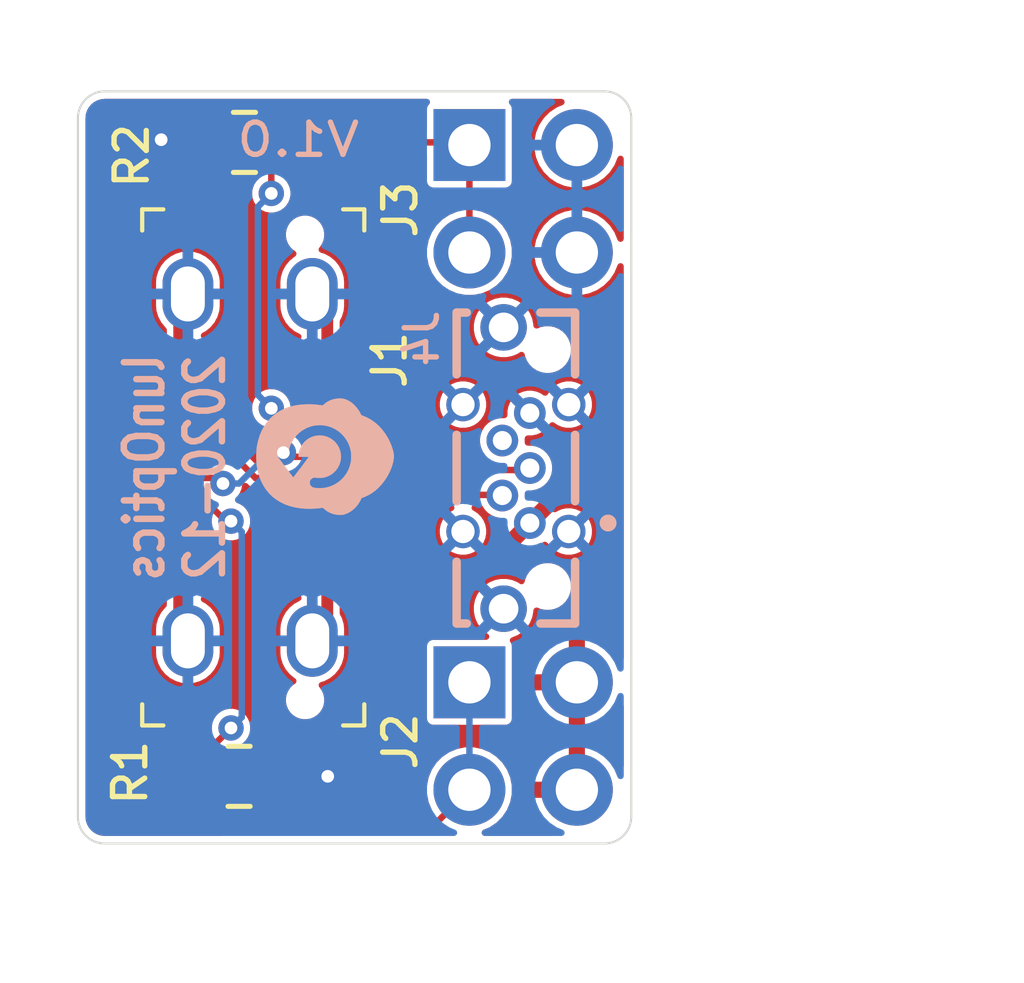
<source format=kicad_pcb>
(kicad_pcb (version 20171130) (host pcbnew "(5.1.8)-1")

  (general
    (thickness 0.8)
    (drawings 14)
    (tracks 68)
    (zones 0)
    (modules 7)
    (nets 7)
  )

  (page A4)
  (layers
    (0 F.Cu signal)
    (31 B.Cu signal hide)
    (32 B.Adhes user hide)
    (33 F.Adhes user hide)
    (34 B.Paste user hide)
    (35 F.Paste user hide)
    (36 B.SilkS user hide)
    (37 F.SilkS user hide)
    (38 B.Mask user hide)
    (39 F.Mask user)
    (40 Dwgs.User user hide)
    (41 Cmts.User user hide)
    (42 Eco1.User user hide)
    (43 Eco2.User user hide)
    (44 Edge.Cuts user)
    (45 Margin user hide)
    (46 B.CrtYd user hide)
    (47 F.CrtYd user hide)
    (48 B.Fab user hide)
    (49 F.Fab user hide)
  )

  (setup
    (last_trace_width 0.1524)
    (trace_clearance 0.1524)
    (zone_clearance 0.1524)
    (zone_45_only no)
    (trace_min 0.1524)
    (via_size 0.6)
    (via_drill 0.3)
    (via_min_size 0.4)
    (via_min_drill 0.3)
    (uvia_size 0.3)
    (uvia_drill 0.1)
    (uvias_allowed no)
    (uvia_min_size 0.2)
    (uvia_min_drill 0.1)
    (edge_width 0.05)
    (segment_width 0.2)
    (pcb_text_width 0.3)
    (pcb_text_size 1.5 1.5)
    (mod_edge_width 0.12)
    (mod_text_size 1 1)
    (mod_text_width 0.15)
    (pad_size 1.7 1.7)
    (pad_drill 1.2)
    (pad_to_mask_clearance 0)
    (aux_axis_origin 0 0)
    (visible_elements 7EFFFFFF)
    (pcbplotparams
      (layerselection 0x010f0_ffffffff)
      (usegerberextensions false)
      (usegerberattributes true)
      (usegerberadvancedattributes true)
      (creategerberjobfile false)
      (excludeedgelayer true)
      (linewidth 0.100000)
      (plotframeref false)
      (viasonmask false)
      (mode 1)
      (useauxorigin false)
      (hpglpennumber 1)
      (hpglpenspeed 20)
      (hpglpendiameter 15.000000)
      (psnegative false)
      (psa4output false)
      (plotreference true)
      (plotvalue false)
      (plotinvisibletext false)
      (padsonsilk false)
      (subtractmaskfromsilk false)
      (outputformat 1)
      (mirror false)
      (drillshape 0)
      (scaleselection 1)
      (outputdirectory "../Production/"))
  )

  (net 0 "")
  (net 1 VBUS)
  (net 2 GND)
  (net 3 DN)
  (net 4 DP)
  (net 5 /CC2)
  (net 6 /CC1)

  (net_class Default "This is the default net class."
    (clearance 0.1524)
    (trace_width 0.1524)
    (via_dia 0.6)
    (via_drill 0.3)
    (uvia_dia 0.3)
    (uvia_drill 0.1)
    (add_net /CC1)
    (add_net /CC2)
    (add_net DN)
    (add_net DP)
  )

  (net_class PWR ""
    (clearance 0.1524)
    (trace_width 0.2794)
    (via_dia 0.6)
    (via_drill 0.3)
    (uvia_dia 0.3)
    (uvia_drill 0.1)
    (add_net GND)
    (add_net VBUS)
  )

  (module "USB_C adapter:logo" (layer B.Cu) (tedit 0) (tstamp 5FEAAEF0)
    (at 5.842 8.636 270)
    (fp_text reference G*** (at 0 0 90) (layer Eco1.User) hide
      (effects (font (size 1.524 1.524) (thickness 0.3)) (justify mirror))
    )
    (fp_text value LOGO (at 0.75 0 90) (layer Eco1.User) hide
      (effects (font (size 1.524 1.524) (thickness 0.3)) (justify mirror))
    )
    (fp_poly (pts (xy 0.073137 1.62106) (xy 0.129461 1.618745) (xy 0.179185 1.615221) (xy 0.21613 1.610968)
      (xy 0.343762 1.586611) (xy 0.46382 1.552494) (xy 0.576072 1.508785) (xy 0.680286 1.455652)
      (xy 0.776228 1.393264) (xy 0.863667 1.321789) (xy 0.94237 1.241396) (xy 1.012105 1.152254)
      (xy 1.072638 1.054531) (xy 1.120773 0.955394) (xy 1.161115 0.846181) (xy 1.192295 0.729287)
      (xy 1.214111 0.60603) (xy 1.22636 0.477731) (xy 1.228839 0.34571) (xy 1.225868 0.270366)
      (xy 1.223137 0.2289) (xy 1.220005 0.187577) (xy 1.216757 0.149796) (xy 1.213681 0.118959)
      (xy 1.211814 0.103548) (xy 1.204676 0.05152) (xy 1.234876 0.01793) (xy 1.285933 -0.047744)
      (xy 1.325267 -0.118217) (xy 1.352942 -0.19365) (xy 1.369018 -0.274206) (xy 1.373605 -0.346075)
      (xy 1.373084 -0.378043) (xy 1.371288 -0.408458) (xy 1.368529 -0.433155) (xy 1.366276 -0.4445)
      (xy 1.338849 -0.521247) (xy 1.300056 -0.594374) (xy 1.251018 -0.662568) (xy 1.192859 -0.724515)
      (xy 1.126701 -0.7789) (xy 1.053666 -0.824411) (xy 1.032437 -0.835239) (xy 0.97382 -0.863755)
      (xy 0.963155 -0.897586) (xy 0.953228 -0.924373) (xy 0.938418 -0.958514) (xy 0.920434 -0.99651)
      (xy 0.900985 -1.034861) (xy 0.881779 -1.070065) (xy 0.866619 -1.095375) (xy 0.804732 -1.181397)
      (xy 0.731901 -1.263205) (xy 0.649489 -1.339712) (xy 0.55886 -1.409831) (xy 0.461379 -1.472477)
      (xy 0.358409 -1.526562) (xy 0.28575 -1.557976) (xy 0.196636 -1.589315) (xy 0.112885 -1.61082)
      (xy 0.035068 -1.622405) (xy -0.036247 -1.623982) (xy -0.095676 -1.616506) (xy -0.17848 -1.595243)
      (xy -0.265153 -1.565777) (xy -0.351484 -1.529706) (xy -0.433265 -1.488628) (xy -0.434408 -1.487997)
      (xy -0.539194 -1.423813) (xy -0.634935 -1.35229) (xy -0.72113 -1.273983) (xy -0.797281 -1.189448)
      (xy -0.862887 -1.099243) (xy -0.917448 -1.003924) (xy -0.960466 -0.904048) (xy -0.961541 -0.901073)
      (xy -0.970509 -0.876995) (xy -0.977857 -0.861755) (xy -0.986143 -0.852199) (xy -0.997928 -0.84517)
      (xy -1.011738 -0.839188) (xy -1.056639 -0.816602) (xy -1.105239 -0.785317) (xy -1.154769 -0.747565)
      (xy -1.202461 -0.705575) (xy -1.245547 -0.661581) (xy -1.273488 -0.628204) (xy -1.317646 -0.562038)
      (xy -1.349281 -0.494266) (xy -1.368515 -0.424471) (xy -1.375469 -0.352232) (xy -1.371856 -0.288925)
      (xy -1.356553 -0.205616) (xy -1.332229 -0.129553) (xy -1.299232 -0.061561) (xy -1.257912 -0.002464)
      (xy -1.243978 0.013371) (xy -1.20687 0.053347) (xy -1.215902 0.113849) (xy -0.748258 0.113849)
      (xy -0.741173 0.020904) (xy -0.722717 -0.06912) (xy -0.693526 -0.155373) (xy -0.654235 -0.237011)
      (xy -0.605478 -0.313185) (xy -0.547891 -0.38305) (xy -0.482108 -0.445758) (xy -0.408765 -0.500462)
      (xy -0.328496 -0.546316) (xy -0.241937 -0.582472) (xy -0.149722 -0.608084) (xy -0.127498 -0.612446)
      (xy -0.083853 -0.618031) (xy -0.032604 -0.620935) (xy 0.021438 -0.621148) (xy 0.073462 -0.618664)
      (xy 0.118657 -0.613476) (xy 0.122491 -0.61283) (xy 0.217635 -0.590055) (xy 0.30736 -0.55625)
      (xy 0.39093 -0.512125) (xy 0.467606 -0.458394) (xy 0.536653 -0.395769) (xy 0.597335 -0.324961)
      (xy 0.648914 -0.246683) (xy 0.690654 -0.161646) (xy 0.721818 -0.070564) (xy 0.733359 -0.022225)
      (xy 0.741803 0.03042) (xy 0.746537 0.085862) (xy 0.747642 0.141355) (xy 0.745196 0.194153)
      (xy 0.739277 0.24151) (xy 0.729965 0.28068) (xy 0.724226 0.295964) (xy 0.704552 0.325869)
      (xy 0.676896 0.347873) (xy 0.643855 0.361104) (xy 0.608027 0.364686) (xy 0.572007 0.357747)
      (xy 0.558155 0.351843) (xy 0.535792 0.335465) (xy 0.514944 0.311502) (xy 0.499505 0.284842)
      (xy 0.495255 0.272887) (xy 0.491882 0.252357) (xy 0.492207 0.226967) (xy 0.495857 0.19566)
      (xy 0.500989 0.118987) (xy 0.494313 0.044406) (xy 0.47667 -0.027114) (xy 0.448902 -0.094604)
      (xy 0.411851 -0.157097) (xy 0.366358 -0.213625) (xy 0.313265 -0.26322) (xy 0.253414 -0.304914)
      (xy 0.187646 -0.337738) (xy 0.116803 -0.360724) (xy 0.041727 -0.372905) (xy -0.000001 -0.37465)
      (xy -0.077504 -0.368732) (xy -0.150702 -0.351635) (xy -0.218892 -0.324344) (xy -0.281372 -0.287844)
      (xy -0.337441 -0.243119) (xy -0.386398 -0.191153) (xy -0.427539 -0.132932) (xy -0.460165 -0.06944)
      (xy -0.483572 -0.001662) (xy -0.497059 0.069418) (xy -0.499925 0.142815) (xy -0.491468 0.217544)
      (xy -0.472486 0.288359) (xy -0.440774 0.361229) (xy -0.399204 0.426594) (xy -0.348587 0.483837)
      (xy -0.289734 0.532342) (xy -0.223456 0.571493) (xy -0.150563 0.600673) (xy -0.071866 0.619268)
      (xy -0.030163 0.62444) (xy 0 0.62709) (xy 0 0.503516) (xy 0.000266 0.46564)
      (xy 0.001008 0.432676) (xy 0.002141 0.406506) (xy 0.00358 0.389014) (xy 0.005241 0.382082)
      (xy 0.005478 0.382059) (xy 0.012569 0.386599) (xy 0.028343 0.397798) (xy 0.051603 0.414754)
      (xy 0.081152 0.436562) (xy 0.115792 0.462319) (xy 0.154329 0.491122) (xy 0.195564 0.522066)
      (xy 0.238302 0.554247) (xy 0.281345 0.586763) (xy 0.323498 0.61871) (xy 0.363562 0.649184)
      (xy 0.400343 0.67728) (xy 0.432642 0.702097) (xy 0.459263 0.722729) (xy 0.479011 0.738274)
      (xy 0.490687 0.747828) (xy 0.493425 0.75053) (xy 0.488237 0.755104) (xy 0.473859 0.766525)
      (xy 0.451279 0.784038) (xy 0.421482 0.806892) (xy 0.385456 0.834331) (xy 0.344186 0.865603)
      (xy 0.298659 0.899955) (xy 0.249861 0.936633) (xy 0.246062 0.939483) (xy 0 1.124031)
      (xy 0 0.877888) (xy -0.019844 0.873919) (xy -0.040062 0.871224) (xy -0.062801 0.869963)
      (xy -0.064884 0.86995) (xy -0.082236 0.868665) (xy -0.107727 0.865219) (xy -0.137103 0.86023)
      (xy -0.152039 0.857324) (xy -0.244548 0.832129) (xy -0.332078 0.795605) (xy -0.413733 0.748448)
      (xy -0.488617 0.691356) (xy -0.555835 0.625025) (xy -0.614491 0.550151) (xy -0.66369 0.467431)
      (xy -0.670276 0.454232) (xy -0.702639 0.379632) (xy -0.725542 0.30704) (xy -0.740356 0.231839)
      (xy -0.743338 0.20887) (xy -0.748258 0.113849) (xy -1.215902 0.113849) (xy -1.215923 0.113986)
      (xy -1.229215 0.229816) (xy -1.235172 0.347913) (xy -1.233913 0.465759) (xy -1.225556 0.580834)
      (xy -1.210218 0.69062) (xy -1.188017 0.792596) (xy -1.183387 0.809625) (xy -1.145243 0.923461)
      (xy -1.097038 1.029708) (xy -1.039069 1.128122) (xy -0.971635 1.21846) (xy -0.895033 1.300481)
      (xy -0.809561 1.373941) (xy -0.715518 1.438597) (xy -0.6132 1.494207) (xy -0.502907 1.540527)
      (xy -0.384935 1.577315) (xy -0.259584 1.604328) (xy -0.19685 1.613755) (xy -0.154941 1.617805)
      (xy -0.103826 1.620539) (xy -0.046668 1.621978) (xy 0.013374 1.622145) (xy 0.073137 1.62106)) (layer B.SilkS) (width 0.01))
  )

  (module Connector_PinHeader_2.54mm:PinHeader_2x02_P2.54mm_Horizontal (layer F.Cu) (tedit 5FEA073F) (tstamp 5FEA206F)
    (at 9.255 1.27)
    (descr "Through hole angled pin header, 2x02, 2.54mm pitch, 6mm pin length, double rows")
    (tags "Through hole angled pin header THT 2x02 2.54mm double row")
    (path /5FEDD18C)
    (fp_text reference J3 (at -1.635 1.524 90) (layer F.SilkS)
      (effects (font (size 0.762 0.762) (thickness 0.127)))
    )
    (fp_text value Conn_02x02_Odd_Even (at 5.655 4.81 180) (layer F.Fab)
      (effects (font (size 1 1) (thickness 0.15)))
    )
    (fp_line (start 13.1 -1.8) (end -1.8 -1.8) (layer F.CrtYd) (width 0.05))
    (fp_line (start 13.1 4.35) (end 13.1 -1.8) (layer F.CrtYd) (width 0.05))
    (fp_line (start -1.8 4.35) (end 13.1 4.35) (layer F.CrtYd) (width 0.05))
    (fp_line (start -1.8 -1.8) (end -1.8 4.35) (layer F.CrtYd) (width 0.05))
    (fp_line (start 6.58 2.86) (end 12.58 2.86) (layer F.Fab) (width 0.1))
    (fp_line (start 12.58 2.22) (end 12.58 2.86) (layer F.Fab) (width 0.1))
    (fp_line (start 6.58 2.22) (end 12.58 2.22) (layer F.Fab) (width 0.1))
    (fp_line (start -0.32 2.86) (end 4.04 2.86) (layer F.Fab) (width 0.1))
    (fp_line (start -0.32 2.22) (end -0.32 2.86) (layer F.Fab) (width 0.1))
    (fp_line (start -0.32 2.22) (end 4.04 2.22) (layer F.Fab) (width 0.1))
    (fp_line (start 6.58 0.32) (end 12.58 0.32) (layer F.Fab) (width 0.1))
    (fp_line (start 12.58 -0.32) (end 12.58 0.32) (layer F.Fab) (width 0.1))
    (fp_line (start 6.58 -0.32) (end 12.58 -0.32) (layer F.Fab) (width 0.1))
    (fp_line (start -0.32 0.32) (end 4.04 0.32) (layer F.Fab) (width 0.1))
    (fp_line (start -0.32 -0.32) (end -0.32 0.32) (layer F.Fab) (width 0.1))
    (fp_line (start -0.32 -0.32) (end 4.04 -0.32) (layer F.Fab) (width 0.1))
    (fp_line (start 4.04 -0.635) (end 4.675 -1.27) (layer F.Fab) (width 0.1))
    (fp_line (start 4.04 3.81) (end 4.04 -0.635) (layer F.Fab) (width 0.1))
    (fp_line (start 6.58 3.81) (end 4.04 3.81) (layer F.Fab) (width 0.1))
    (fp_line (start 6.58 -1.27) (end 6.58 3.81) (layer F.Fab) (width 0.1))
    (fp_line (start 4.675 -1.27) (end 6.58 -1.27) (layer F.Fab) (width 0.1))
    (fp_text user %R (at 5.31 1.27 270) (layer F.Fab)
      (effects (font (size 0.762 0.762) (thickness 0.127)))
    )
    (pad 4 thru_hole oval (at 2.54 2.54) (size 1.7 1.7) (drill 1) (layers *.Cu *.Mask)
      (net 2 GND))
    (pad 3 thru_hole oval (at 0 2.54) (size 1.7 1.7) (drill 1) (layers *.Cu *.Mask)
      (net 6 /CC1))
    (pad 2 thru_hole oval (at 2.54 0) (size 1.7 1.7) (drill 1) (layers *.Cu *.Mask)
      (net 2 GND))
    (pad 1 thru_hole rect (at 0 0) (size 1.7 1.7) (drill 1) (layers *.Cu *.Mask)
      (net 6 /CC1))
    (model ${KISYS3DMOD}/Connector_PinHeader_2.54mm.3dshapes/PinHeader_2x02_P2.54mm_Horizontal.wrl
      (at (xyz 0 0 0))
      (scale (xyz 1 1 1))
      (rotate (xyz 0 0 0))
    )
  )

  (module Connector_PinHeader_2.54mm:PinHeader_2x02_P2.54mm_Horizontal (layer F.Cu) (tedit 5FEA0501) (tstamp 5FEA1F4B)
    (at 9.255 13.97)
    (descr "Through hole angled pin header, 2x02, 2.54mm pitch, 6mm pin length, double rows")
    (tags "Through hole angled pin header THT 2x02 2.54mm double row")
    (path /5FEDC9A3)
    (fp_text reference J2 (at -1.635 1.397 270) (layer F.SilkS)
      (effects (font (size 0.762 0.762) (thickness 0.127)))
    )
    (fp_text value Conn_02x02_Odd_Even (at 5.655 4.81 180) (layer F.Fab)
      (effects (font (size 1 1) (thickness 0.15)))
    )
    (fp_line (start 4.675 -1.27) (end 6.58 -1.27) (layer F.Fab) (width 0.1))
    (fp_line (start 6.58 -1.27) (end 6.58 3.81) (layer F.Fab) (width 0.1))
    (fp_line (start 6.58 3.81) (end 4.04 3.81) (layer F.Fab) (width 0.1))
    (fp_line (start 4.04 3.81) (end 4.04 -0.635) (layer F.Fab) (width 0.1))
    (fp_line (start 4.04 -0.635) (end 4.675 -1.27) (layer F.Fab) (width 0.1))
    (fp_line (start -0.32 -0.32) (end 4.04 -0.32) (layer F.Fab) (width 0.1))
    (fp_line (start -0.32 -0.32) (end -0.32 0.32) (layer F.Fab) (width 0.1))
    (fp_line (start -0.32 0.32) (end 4.04 0.32) (layer F.Fab) (width 0.1))
    (fp_line (start 6.58 -0.32) (end 12.58 -0.32) (layer F.Fab) (width 0.1))
    (fp_line (start 12.58 -0.32) (end 12.58 0.32) (layer F.Fab) (width 0.1))
    (fp_line (start 6.58 0.32) (end 12.58 0.32) (layer F.Fab) (width 0.1))
    (fp_line (start -0.32 2.22) (end 4.04 2.22) (layer F.Fab) (width 0.1))
    (fp_line (start -0.32 2.22) (end -0.32 2.86) (layer F.Fab) (width 0.1))
    (fp_line (start -0.32 2.86) (end 4.04 2.86) (layer F.Fab) (width 0.1))
    (fp_line (start 6.58 2.22) (end 12.58 2.22) (layer F.Fab) (width 0.1))
    (fp_line (start 12.58 2.22) (end 12.58 2.86) (layer F.Fab) (width 0.1))
    (fp_line (start 6.58 2.86) (end 12.58 2.86) (layer F.Fab) (width 0.1))
    (fp_line (start -1.8 -1.8) (end -1.8 4.35) (layer F.CrtYd) (width 0.05))
    (fp_line (start -1.8 4.35) (end 13.1 4.35) (layer F.CrtYd) (width 0.05))
    (fp_line (start 13.1 4.35) (end 13.1 -1.8) (layer F.CrtYd) (width 0.05))
    (fp_line (start 13.1 -1.8) (end -1.8 -1.8) (layer F.CrtYd) (width 0.05))
    (fp_text user %R (at 5.31 1.27 270) (layer F.Fab)
      (effects (font (size 0.762 0.762) (thickness 0.127)))
    )
    (pad 1 thru_hole rect (at 0 0) (size 1.7 1.7) (drill 1) (layers *.Cu *.Mask)
      (net 5 /CC2))
    (pad 2 thru_hole oval (at 2.54 0) (size 1.7 1.7) (drill 1) (layers *.Cu *.Mask)
      (net 1 VBUS))
    (pad 3 thru_hole oval (at 0 2.54) (size 1.7 1.7) (drill 1) (layers *.Cu *.Mask)
      (net 5 /CC2))
    (pad 4 thru_hole oval (at 2.54 2.54) (size 1.7 1.7) (drill 1) (layers *.Cu *.Mask)
      (net 1 VBUS))
    (model ${KISYS3DMOD}/Connector_PinHeader_2.54mm.3dshapes/PinHeader_2x02_P2.54mm_Horizontal.wrl
      (at (xyz 0 0 0))
      (scale (xyz 1 1 1))
      (rotate (xyz 0 0 0))
    )
  )

  (module Resistor_SMD:R_0805_2012Metric_Pad1.15x1.40mm_HandSolder (layer F.Cu) (tedit 5B36C52B) (tstamp 5FEA16FA)
    (at 3.937 1.2065 180)
    (descr "Resistor SMD 0805 (2012 Metric), square (rectangular) end terminal, IPC_7351 nominal with elongated pad for handsoldering. (Body size source: https://docs.google.com/spreadsheets/d/1BsfQQcO9C6DZCsRaXUlFlo91Tg2WpOkGARC1WS5S8t0/edit?usp=sharing), generated with kicad-footprint-generator")
    (tags "resistor handsolder")
    (path /5FEE79E0)
    (attr smd)
    (fp_text reference R2 (at 2.667 -0.3175 90) (layer F.SilkS)
      (effects (font (size 0.762 0.762) (thickness 0.127)))
    )
    (fp_text value 5k1 (at 0 1.65) (layer F.Fab)
      (effects (font (size 1 1) (thickness 0.15)))
    )
    (fp_line (start 1.85 0.95) (end -1.85 0.95) (layer F.CrtYd) (width 0.05))
    (fp_line (start 1.85 -0.95) (end 1.85 0.95) (layer F.CrtYd) (width 0.05))
    (fp_line (start -1.85 -0.95) (end 1.85 -0.95) (layer F.CrtYd) (width 0.05))
    (fp_line (start -1.85 0.95) (end -1.85 -0.95) (layer F.CrtYd) (width 0.05))
    (fp_line (start -0.261252 0.71) (end 0.261252 0.71) (layer F.SilkS) (width 0.12))
    (fp_line (start -0.261252 -0.71) (end 0.261252 -0.71) (layer F.SilkS) (width 0.12))
    (fp_line (start 1 0.6) (end -1 0.6) (layer F.Fab) (width 0.1))
    (fp_line (start 1 -0.6) (end 1 0.6) (layer F.Fab) (width 0.1))
    (fp_line (start -1 -0.6) (end 1 -0.6) (layer F.Fab) (width 0.1))
    (fp_line (start -1 0.6) (end -1 -0.6) (layer F.Fab) (width 0.1))
    (fp_text user %R (at 0 0) (layer F.Fab)
      (effects (font (size 0.762 0.762) (thickness 0.127)))
    )
    (pad 2 smd roundrect (at 1.025 0 180) (size 1.15 1.4) (layers F.Cu F.Paste F.Mask) (roundrect_rratio 0.2173904347826087)
      (net 2 GND))
    (pad 1 smd roundrect (at -1.025 0 180) (size 1.15 1.4) (layers F.Cu F.Paste F.Mask) (roundrect_rratio 0.2173904347826087)
      (net 6 /CC1))
    (model ${KISYS3DMOD}/Resistor_SMD.3dshapes/R_0805_2012Metric.wrl
      (at (xyz 0 0 0))
      (scale (xyz 1 1 1))
      (rotate (xyz 0 0 0))
    )
  )

  (module Resistor_SMD:R_0805_2012Metric_Pad1.15x1.40mm_HandSolder (layer F.Cu) (tedit 5B36C52B) (tstamp 5FEA45C0)
    (at 3.81 16.1925 180)
    (descr "Resistor SMD 0805 (2012 Metric), square (rectangular) end terminal, IPC_7351 nominal with elongated pad for handsoldering. (Body size source: https://docs.google.com/spreadsheets/d/1BsfQQcO9C6DZCsRaXUlFlo91Tg2WpOkGARC1WS5S8t0/edit?usp=sharing), generated with kicad-footprint-generator")
    (tags "resistor handsolder")
    (path /5FEE686F)
    (attr smd)
    (fp_text reference R1 (at 2.576 0.085 270) (layer F.SilkS)
      (effects (font (size 0.762 0.762) (thickness 0.127)))
    )
    (fp_text value 5k1 (at 0 1.65) (layer F.Fab)
      (effects (font (size 1 1) (thickness 0.15)))
    )
    (fp_line (start 1.85 0.95) (end -1.85 0.95) (layer F.CrtYd) (width 0.05))
    (fp_line (start 1.85 -0.95) (end 1.85 0.95) (layer F.CrtYd) (width 0.05))
    (fp_line (start -1.85 -0.95) (end 1.85 -0.95) (layer F.CrtYd) (width 0.05))
    (fp_line (start -1.85 0.95) (end -1.85 -0.95) (layer F.CrtYd) (width 0.05))
    (fp_line (start -0.261252 0.71) (end 0.261252 0.71) (layer F.SilkS) (width 0.12))
    (fp_line (start -0.261252 -0.71) (end 0.261252 -0.71) (layer F.SilkS) (width 0.12))
    (fp_line (start 1 0.6) (end -1 0.6) (layer F.Fab) (width 0.1))
    (fp_line (start 1 -0.6) (end 1 0.6) (layer F.Fab) (width 0.1))
    (fp_line (start -1 -0.6) (end 1 -0.6) (layer F.Fab) (width 0.1))
    (fp_line (start -1 0.6) (end -1 -0.6) (layer F.Fab) (width 0.1))
    (fp_text user %R (at 0 0) (layer F.Fab)
      (effects (font (size 0.762 0.762) (thickness 0.127)))
    )
    (pad 2 smd roundrect (at 1.025 0 180) (size 1.15 1.4) (layers F.Cu F.Paste F.Mask) (roundrect_rratio 0.2173904347826087)
      (net 5 /CC2))
    (pad 1 smd roundrect (at -1.025 0 180) (size 1.15 1.4) (layers F.Cu F.Paste F.Mask) (roundrect_rratio 0.2173904347826087)
      (net 2 GND))
    (model ${KISYS3DMOD}/Resistor_SMD.3dshapes/R_0805_2012Metric.wrl
      (at (xyz 0 0 0))
      (scale (xyz 1 1 1))
      (rotate (xyz 0 0 0))
    )
  )

  (module Connectorss:USB-C_Female_Vert_DX07S024WJ3R400 (layer F.Cu) (tedit 5FE9FC9D) (tstamp 5FEA17A2)
    (at 5.37 8.89 270)
    (path /5FECF8A4)
    (attr smd)
    (fp_text reference J1 (at -2.54 -1.996 90) (layer F.SilkS)
      (effects (font (size 0.762 0.762) (thickness 0.127)))
    )
    (fp_text value DX07S024WJ3R400 (at 0 5.12 90) (layer F.Fab)
      (effects (font (size 1 1) (thickness 0.15)))
    )
    (fp_line (start -6 3.72) (end 6 3.72) (layer F.Fab) (width 0.1))
    (fp_line (start 6 -1.28) (end 6 3.72) (layer F.Fab) (width 0.1))
    (fp_line (start -6 -1.28) (end -6 3.72) (layer F.Fab) (width 0.1))
    (fp_line (start -6 -1.28) (end 6 -1.28) (layer F.Fab) (width 0.1))
    (fp_line (start 6.1 -1.4) (end 5.6 -1.4) (layer F.SilkS) (width 0.1))
    (fp_line (start 6.1 -1.4) (end 6.1 -0.9) (layer F.SilkS) (width 0.1))
    (fp_line (start -6.1 -1.4) (end -5.6 -1.4) (layer F.SilkS) (width 0.1))
    (fp_line (start -6.1 -1.4) (end -6.1 -0.9) (layer F.SilkS) (width 0.1))
    (fp_line (start -6.1 3.85) (end -5.6 3.85) (layer F.SilkS) (width 0.1))
    (fp_line (start -6.1 3.35) (end -6.1 3.85) (layer F.SilkS) (width 0.1))
    (fp_line (start 6.1 3.85) (end 5.6 3.85) (layer F.SilkS) (width 0.1))
    (fp_line (start 6.1 3.85) (end 6.1 3.35) (layer F.SilkS) (width 0.1))
    (fp_line (start 6.25 -1.53) (end -6.25 -1.53) (layer F.CrtYd) (width 0.05))
    (fp_line (start 6.25 -1.53) (end 6.25 3.97) (layer F.CrtYd) (width 0.05))
    (fp_line (start -6.25 -1.53) (end -6.25 3.97) (layer F.CrtYd) (width 0.05))
    (fp_line (start 6.25 3.97) (end -6.25 3.97) (layer F.CrtYd) (width 0.05))
    (pad B12 smd rect (at -2.75 2.975 270) (size 0.27 1.15) (layers F.Cu F.Paste F.Mask)
      (net 2 GND))
    (pad B11 smd rect (at -2.25 2.975 270) (size 0.27 1.15) (layers F.Cu F.Paste F.Mask))
    (pad B10 smd rect (at -1.75 2.975 270) (size 0.27 1.15) (layers F.Cu F.Paste F.Mask))
    (pad B9 smd rect (at -1.25 2.975 270) (size 0.27 1.15) (layers F.Cu F.Paste F.Mask)
      (net 1 VBUS))
    (pad B8 smd rect (at -0.75 2.975 270) (size 0.27 1.15) (layers F.Cu F.Paste F.Mask))
    (pad B7 smd rect (at -0.25 2.975 270) (size 0.27 1.15) (layers F.Cu F.Paste F.Mask)
      (net 3 DN))
    (pad B6 smd rect (at 0.25 2.975 270) (size 0.27 1.15) (layers F.Cu F.Paste F.Mask)
      (net 4 DP))
    (pad B5 smd rect (at 0.75 2.975 270) (size 0.27 1.15) (layers F.Cu F.Paste F.Mask)
      (net 5 /CC2))
    (pad B4 smd rect (at 1.25 2.975 270) (size 0.27 1.15) (layers F.Cu F.Paste F.Mask)
      (net 1 VBUS))
    (pad B3 smd rect (at 1.75 2.975 270) (size 0.27 1.15) (layers F.Cu F.Paste F.Mask))
    (pad B2 smd rect (at 2.25 2.975 270) (size 0.27 1.15) (layers F.Cu F.Paste F.Mask))
    (pad B1 smd rect (at 2.75 2.975 270) (size 0.27 1.15) (layers F.Cu F.Paste F.Mask)
      (net 2 GND))
    (pad A12 smd rect (at 2.75 -0.525 270) (size 0.27 1.15) (layers F.Cu F.Paste F.Mask)
      (net 2 GND))
    (pad A11 smd rect (at 2.25 -0.525 270) (size 0.27 1.15) (layers F.Cu F.Paste F.Mask))
    (pad A10 smd rect (at 1.75 -0.525 270) (size 0.27 1.15) (layers F.Cu F.Paste F.Mask))
    (pad A9 smd rect (at 1.25 -0.525 270) (size 0.27 1.15) (layers F.Cu F.Paste F.Mask)
      (net 1 VBUS))
    (pad A8 smd rect (at 0.75 -0.525 270) (size 0.27 1.15) (layers F.Cu F.Paste F.Mask))
    (pad A7 smd rect (at 0.25 -0.525 270) (size 0.27 1.15) (layers F.Cu F.Paste F.Mask)
      (net 3 DN))
    (pad A6 smd rect (at -0.25 -0.525 270) (size 0.27 1.15) (layers F.Cu F.Paste F.Mask)
      (net 4 DP))
    (pad A5 smd rect (at -0.75 -0.525 270) (size 0.27 1.15) (layers F.Cu F.Paste F.Mask)
      (net 6 /CC1))
    (pad A4 smd rect (at -1.25 -0.525 270) (size 0.27 1.15) (layers F.Cu F.Paste F.Mask)
      (net 1 VBUS))
    (pad A3 smd rect (at -1.75 -0.525 270) (size 0.27 1.15) (layers F.Cu F.Paste F.Mask))
    (pad A2 smd rect (at -2.25 -0.525 270) (size 0.27 1.15) (layers F.Cu F.Paste F.Mask))
    (pad A1 smd rect (at -2.75 -0.525 270) (size 0.27 1.15) (layers F.Cu F.Paste F.Mask)
      (net 2 GND))
    (pad SH thru_hole oval (at 4.099999 2.77 270) (size 1.7 1.2) (drill oval 1.3 0.8) (layers *.Cu *.Mask)
      (net 2 GND))
    (pad SH thru_hole oval (at -4.1 2.77 270) (size 1.7 1.2) (drill oval 1.3 0.8) (layers *.Cu *.Mask)
      (net 2 GND))
    (pad SH thru_hole oval (at 4.099999 -0.17 270) (size 1.7 1.2) (drill oval 1.3 0.8) (layers *.Cu *.Mask)
      (net 2 GND))
    (pad SH thru_hole oval (at -4.1 -0.17 270) (size 1.7 1.2) (drill oval 1.3 0.8) (layers *.Cu *.Mask)
      (net 2 GND))
    (pad "" np_thru_hole circle (at 5.5 0 270) (size 0.6 0.6) (drill 0.6) (layers *.Cu *.Mask))
    (pad "" np_thru_hole circle (at -5.5 0 270) (size 0.6 0.6) (drill 0.6) (layers *.Cu *.Mask))
    (model ${KICAD_USER_3DMOD}/Connectors/DX07S024WJ3-V2.STEP
      (offset (xyz 0 -1.3 4.9))
      (scale (xyz 1 1 1))
      (rotate (xyz 0 0 0))
    )
  )

  (module Connectorss:GCT_USB3150-30-130-A (layer B.Cu) (tedit 5FE9F1A4) (tstamp 5FEA215A)
    (at 10.033 8.905 90)
    (path /5FECA414)
    (fp_text reference J4 (at 3.063 -1.905 90) (layer B.SilkS)
      (effects (font (size 0.762 0.762) (thickness 0.127)) (justify mirror))
    )
    (fp_text value USB3150-30-130-A (at 13.78 -3.111 270) (layer B.Fab)
      (effects (font (size 1.4 1.4) (thickness 0.015)) (justify mirror))
    )
    (fp_line (start -3.675 1.72) (end -3.675 0.9) (layer B.SilkS) (width 0.2))
    (fp_line (start -3.675 1.72) (end 3.675 1.72) (layer B.Fab) (width 0.1))
    (fp_line (start 3.675 -1.08) (end 3.675 1.72) (layer B.Fab) (width 0.1))
    (fp_line (start 3.675 -1.08) (end -3.675 -1.08) (layer B.Fab) (width 0.1))
    (fp_line (start -3.675 1.72) (end -3.675 -1.08) (layer B.Fab) (width 0.1))
    (fp_line (start -3.675 1.72) (end -2.215 1.72) (layer B.SilkS) (width 0.2))
    (fp_line (start -0.785 1.72) (end 0.785 1.72) (layer B.SilkS) (width 0.2))
    (fp_line (start 2.215 1.72) (end 3.675 1.72) (layer B.SilkS) (width 0.2))
    (fp_line (start 3.675 1.72) (end 3.675 0.9) (layer B.SilkS) (width 0.2))
    (fp_line (start 3.675 -0.84) (end 3.675 -1.08) (layer B.SilkS) (width 0.2))
    (fp_line (start -3.675 -0.84) (end -3.675 -1.08) (layer B.SilkS) (width 0.2))
    (fp_line (start -3.675 -1.08) (end -2.215 -1.08) (layer B.SilkS) (width 0.2))
    (fp_line (start -0.785 -1.08) (end 0.785 -1.08) (layer B.SilkS) (width 0.2))
    (fp_line (start 2.215 -1.08) (end 3.675 -1.08) (layer B.SilkS) (width 0.2))
    (fp_circle (center -1.3 2.5) (end -1.2 2.5) (layer B.SilkS) (width 0.2))
    (fp_circle (center -1.3 2.5) (end -1.2 2.5) (layer B.Fab) (width 0.2))
    (fp_line (start -4.125 2.215) (end -4.125 -1.645) (layer B.CrtYd) (width 0.05))
    (fp_line (start -4.125 2.215) (end 4.125 2.215) (layer B.CrtYd) (width 0.05))
    (fp_line (start 4.125 -1.645) (end 4.125 2.215) (layer B.CrtYd) (width 0.05))
    (fp_line (start 4.125 -1.645) (end -4.125 -1.645) (layer B.CrtYd) (width 0.05))
    (pad None np_thru_hole circle (at 2.8 1.07 90) (size 0.8 0.8) (drill 0.8) (layers *.Cu *.Mask))
    (pad None np_thru_hole circle (at -2.8 1.07 90) (size 0.8 0.8) (drill 0.8) (layers *.Cu *.Mask))
    (pad S6 thru_hole circle (at 3.325 0.03 90) (size 1.1 1.1) (drill 0.7) (layers *.Cu *.Mask)
      (net 2 GND))
    (pad S5 thru_hole circle (at -3.325 0.03 90) (size 1.1 1.1) (drill 0.7) (layers *.Cu *.Mask)
      (net 2 GND))
    (pad S1 thru_hole circle (at -1.5 1.57 90) (size 0.79 0.79) (drill 0.55) (layers *.Cu *.Mask)
      (net 2 GND))
    (pad S2 thru_hole circle (at 1.5 1.57 90) (size 0.79 0.79) (drill 0.55) (layers *.Cu *.Mask)
      (net 2 GND))
    (pad S4 thru_hole circle (at 1.5 -0.93 90) (size 0.79 0.79) (drill 0.55) (layers *.Cu *.Mask)
      (net 2 GND))
    (pad S3 thru_hole circle (at -1.5 -0.93 90) (size 0.79 0.79) (drill 0.55) (layers *.Cu *.Mask)
      (net 2 GND))
    (pad 5 thru_hole circle (at 1.3 0.65 90) (size 0.75 0.75) (drill 0.45) (layers *.Cu *.Mask)
      (net 2 GND))
    (pad 4 thru_hole circle (at 0.65 0 90) (size 0.75 0.75) (drill 0.45) (layers *.Cu *.Mask))
    (pad 3 thru_hole circle (at 0 0.65 90) (size 0.75 0.75) (drill 0.45) (layers *.Cu *.Mask)
      (net 4 DP))
    (pad 2 thru_hole circle (at -0.65 0 90) (size 0.75 0.75) (drill 0.45) (layers *.Cu *.Mask)
      (net 3 DN))
    (pad 1 thru_hole circle (at -1.3 0.65 90) (size 0.75 0.75) (drill 0.45) (layers *.Cu *.Mask)
      (net 1 VBUS))
    (model ${KICAD_USER_3DMOD}/Connectors/USB3150-30-130-A.step
      (offset (xyz 0 0.31 0))
      (scale (xyz 1 1 1))
      (rotate (xyz -90 0 0))
    )
  )

  (gr_text V1.0 (at 5.207 1.143) (layer B.SilkS)
    (effects (font (size 0.762 0.889) (thickness 0.127)) (justify mirror))
  )
  (dimension 15.24 (width 0.15) (layer Dwgs.User)
    (gr_text "600 mils" (at 19.08 8.89 270) (layer Dwgs.User)
      (effects (font (size 1 1) (thickness 0.15)))
    )
    (feature1 (pts (xy 11.43 16.51) (xy 18.366421 16.51)))
    (feature2 (pts (xy 11.43 1.27) (xy 18.366421 1.27)))
    (crossbar (pts (xy 17.78 1.27) (xy 17.78 16.51)))
    (arrow1a (pts (xy 17.78 16.51) (xy 17.193579 15.383496)))
    (arrow1b (pts (xy 17.78 16.51) (xy 18.366421 15.383496)))
    (arrow2a (pts (xy 17.78 1.27) (xy 17.193579 2.396504)))
    (arrow2b (pts (xy 17.78 1.27) (xy 18.366421 2.396504)))
  )
  (dimension 17.78 (width 0.15) (layer Dwgs.User)
    (gr_text "700 mils" (at 22.89 8.89 270) (layer Dwgs.User)
      (effects (font (size 1 1) (thickness 0.15)))
    )
    (feature1 (pts (xy 8.89 17.78) (xy 22.176421 17.78)))
    (feature2 (pts (xy 8.89 0) (xy 22.176421 0)))
    (crossbar (pts (xy 21.59 0) (xy 21.59 17.78)))
    (arrow1a (pts (xy 21.59 17.78) (xy 21.003579 16.653496)))
    (arrow1b (pts (xy 21.59 17.78) (xy 22.176421 16.653496)))
    (arrow2a (pts (xy 21.59 0) (xy 21.003579 1.126504)))
    (arrow2b (pts (xy 21.59 0) (xy 22.176421 1.126504)))
  )
  (dimension 13.081 (width 0.15) (layer Dwgs.User)
    (gr_text "515.0 mils" (at 6.5405 -5.11) (layer Dwgs.User)
      (effects (font (size 1 1) (thickness 0.15)))
    )
    (feature1 (pts (xy 13.081 3.81) (xy 13.081 -4.396421)))
    (feature2 (pts (xy 0 3.81) (xy 0 -4.396421)))
    (crossbar (pts (xy 0 -3.81) (xy 13.081 -3.81)))
    (arrow1a (pts (xy 13.081 -3.81) (xy 11.954496 -3.223579)))
    (arrow1b (pts (xy 13.081 -3.81) (xy 11.954496 -4.396421)))
    (arrow2a (pts (xy 0 -3.81) (xy 1.126504 -3.223579)))
    (arrow2b (pts (xy 0 -3.81) (xy 1.126504 -4.396421)))
  )
  (gr_text "lunOptics\n2020-12" (at 2.286 8.89 90) (layer B.SilkS) (tstamp 5FEA4DA8)
    (effects (font (size 0.889 0.762) (thickness 0.1524)) (justify mirror))
  )
  (gr_arc (start 0.635 17.145) (end 0 17.145) (angle -90) (layer Edge.Cuts) (width 0.05))
  (gr_arc (start 0.635 0.635) (end 0.635 0) (angle -90) (layer Edge.Cuts) (width 0.05))
  (gr_arc (start 12.446 0.635) (end 13.081 0.635) (angle -90) (layer Edge.Cuts) (width 0.05))
  (gr_arc (start 12.446 17.145) (end 12.446 17.78) (angle -90) (layer Edge.Cuts) (width 0.05))
  (gr_line (start 12.446 17.78) (end 0.635 17.78) (layer Edge.Cuts) (width 0.05) (tstamp 5FEA166F))
  (gr_line (start 13.081 0.635) (end 13.081 17.145) (layer Edge.Cuts) (width 0.05))
  (gr_line (start 0.635 0) (end 12.446 0) (layer Edge.Cuts) (width 0.05))
  (gr_line (start 0 0.635) (end 0 17.145) (layer Edge.Cuts) (width 0.05) (tstamp 5FEA166A))
  (gr_line (start 99.06 53.34) (end 132.08 53.34) (layer Dwgs.User) (width 0.15))

  (segment (start 5.895 12.634999) (end 5.54 12.989999) (width 0.2794) (layer F.Cu) (net 2))
  (segment (start 5.895 11.64) (end 5.895 12.634999) (width 0.2794) (layer F.Cu) (net 2))
  (segment (start 2.395 12.784999) (end 2.6 12.989999) (width 0.2794) (layer F.Cu) (net 2))
  (segment (start 2.395 11.64) (end 2.395 12.784999) (width 0.2794) (layer F.Cu) (net 2))
  (segment (start 2.395 4.995) (end 2.6 4.79) (width 0.2794) (layer F.Cu) (net 2))
  (segment (start 2.395 6.14) (end 2.395 4.995) (width 0.2794) (layer F.Cu) (net 2))
  (segment (start 5.895 5.145) (end 5.54 4.79) (width 0.2794) (layer F.Cu) (net 2))
  (segment (start 5.895 6.14) (end 5.895 5.145) (width 0.2794) (layer F.Cu) (net 2))
  (via (at 1.9685 1.143) (size 0.6) (drill 0.3) (layers F.Cu B.Cu) (net 2))
  (segment (start 2.032 1.2065) (end 1.9685 1.143) (width 0.2794) (layer F.Cu) (net 2))
  (segment (start 2.912 1.2065) (end 2.032 1.2065) (width 0.2794) (layer F.Cu) (net 2))
  (via (at 5.9055 16.1925) (size 0.6) (drill 0.3) (layers F.Cu B.Cu) (net 2))
  (segment (start 4.835 16.1925) (end 5.9055 16.1925) (width 0.2794) (layer F.Cu) (net 2))
  (segment (start 2.439823 8.595177) (end 3.65292 8.595177) (width 0.1524) (layer F.Cu) (net 3))
  (segment (start 2.395 8.64) (end 2.439823 8.595177) (width 0.1524) (layer F.Cu) (net 3))
  (segment (start 3.65292 8.595177) (end 4.197743 9.14) (width 0.1524) (layer F.Cu) (net 3))
  (segment (start 4.197743 9.14) (end 5.895 9.14) (width 0.1524) (layer F.Cu) (net 3))
  (segment (start 8.1875 9.14) (end 5.895 9.14) (width 0.1524) (layer F.Cu) (net 3))
  (segment (start 8.5875 9.54) (end 8.1875 9.14) (width 0.1524) (layer F.Cu) (net 3))
  (segment (start 10.16 9.54) (end 8.5875 9.54) (width 0.1524) (layer F.Cu) (net 3))
  (segment (start 5.891 8.636) (end 5.895 8.64) (width 0.1524) (layer F.Cu) (net 4))
  (segment (start 4.957 8.64) (end 4.85775 8.54075) (width 0.1524) (layer F.Cu) (net 4))
  (segment (start 5.895 8.64) (end 4.957 8.64) (width 0.1524) (layer F.Cu) (net 4))
  (via (at 4.85775 8.54075) (size 0.6) (drill 0.3) (layers F.Cu B.Cu) (net 4))
  (segment (start 2.395 9.14) (end 3.297988 9.14) (width 0.1524) (layer F.Cu) (net 4))
  (via (at 3.429 9.271012) (size 0.6) (drill 0.3) (layers F.Cu B.Cu) (net 4))
  (segment (start 3.297988 9.14) (end 3.429 9.271012) (width 0.1524) (layer F.Cu) (net 4))
  (segment (start 4.54025 8.54075) (end 3.809988 9.271012) (width 0.1524) (layer B.Cu) (net 4))
  (segment (start 3.809988 9.271012) (end 3.429 9.271012) (width 0.1524) (layer B.Cu) (net 4))
  (segment (start 4.85775 8.54075) (end 4.54025 8.54075) (width 0.1524) (layer B.Cu) (net 4))
  (segment (start 10.795 8.905) (end 10.81 8.89) (width 0.1524) (layer F.Cu) (net 4))
  (segment (start 10.683 8.905) (end 10.795 8.905) (width 0.1524) (layer F.Cu) (net 4))
  (segment (start 10.32483 8.9535) (end 10.6345 8.9535) (width 0.1524) (layer F.Cu) (net 4))
  (segment (start 10.6345 8.9535) (end 10.683 8.905) (width 0.1524) (layer F.Cu) (net 4))
  (segment (start 10.322729 8.951399) (end 10.32483 8.9535) (width 0.1524) (layer F.Cu) (net 4))
  (segment (start 9.743271 8.951399) (end 10.322729 8.951399) (width 0.1524) (layer F.Cu) (net 4))
  (segment (start 9.74117 8.9535) (end 9.743271 8.951399) (width 0.1524) (layer F.Cu) (net 4))
  (segment (start 8.509 8.9535) (end 9.74117 8.9535) (width 0.1524) (layer F.Cu) (net 4))
  (segment (start 8.1955 8.64) (end 8.509 8.9535) (width 0.1524) (layer F.Cu) (net 4))
  (segment (start 5.895 8.64) (end 8.1955 8.64) (width 0.1524) (layer F.Cu) (net 4))
  (via (at 3.6195 10.159992) (size 0.6) (drill 0.3) (layers F.Cu B.Cu) (net 5))
  (via (at 3.6195 15.049502) (size 0.6) (drill 0.3) (layers F.Cu B.Cu) (net 5))
  (segment (start 2.785 16.1925) (end 2.785 15.884002) (width 0.1524) (layer F.Cu) (net 5))
  (segment (start 2.785 15.884002) (end 3.6195 15.049502) (width 0.1524) (layer F.Cu) (net 5))
  (segment (start 3.8735 14.795502) (end 3.6195 15.049502) (width 0.1524) (layer B.Cu) (net 5))
  (segment (start 3.8735 10.413992) (end 3.8735 14.795502) (width 0.1524) (layer B.Cu) (net 5))
  (segment (start 3.6195 10.159992) (end 3.8735 10.413992) (width 0.1524) (layer B.Cu) (net 5))
  (segment (start 3.492492 10.159992) (end 3.6195 10.159992) (width 0.1524) (layer F.Cu) (net 5))
  (segment (start 2.9725 9.64) (end 3.492492 10.159992) (width 0.1524) (layer F.Cu) (net 5))
  (segment (start 2.395 9.64) (end 2.9725 9.64) (width 0.1524) (layer F.Cu) (net 5))
  (segment (start 9.255 13.97) (end 9.255 16.51) (width 0.1524) (layer B.Cu) (net 5))
  (segment (start 8.4295 17.3355) (end 9.255 16.51) (width 0.1524) (layer F.Cu) (net 5))
  (segment (start 3.6195 17.3355) (end 8.4295 17.3355) (width 0.1524) (layer F.Cu) (net 5))
  (segment (start 2.785 16.501) (end 3.6195 17.3355) (width 0.1524) (layer F.Cu) (net 5))
  (segment (start 2.785 16.1925) (end 2.785 16.501) (width 0.1524) (layer F.Cu) (net 5))
  (via (at 4.572 7.493) (size 0.6) (drill 0.3) (layers F.Cu B.Cu) (net 6))
  (via (at 4.572 2.413) (size 0.6) (drill 0.3) (layers F.Cu B.Cu) (net 6))
  (segment (start 4.572 1.5965) (end 4.962 1.2065) (width 0.1524) (layer F.Cu) (net 6))
  (segment (start 4.572 2.413) (end 4.572 1.5965) (width 0.1524) (layer F.Cu) (net 6))
  (segment (start 4.2545 2.7305) (end 4.572 2.413) (width 0.1524) (layer B.Cu) (net 6))
  (segment (start 4.2545 7.1755) (end 4.2545 2.7305) (width 0.1524) (layer B.Cu) (net 6))
  (segment (start 4.572 7.493) (end 4.2545 7.1755) (width 0.1524) (layer B.Cu) (net 6))
  (segment (start 4.572 7.497491) (end 4.572 7.493) (width 0.1524) (layer F.Cu) (net 6))
  (segment (start 5.214509 8.14) (end 4.572 7.497491) (width 0.1524) (layer F.Cu) (net 6))
  (segment (start 5.895 8.14) (end 5.214509 8.14) (width 0.1524) (layer F.Cu) (net 6))
  (segment (start 9.1915 1.2065) (end 9.255 1.27) (width 0.1524) (layer F.Cu) (net 6))
  (segment (start 4.962 1.2065) (end 9.1915 1.2065) (width 0.1524) (layer F.Cu) (net 6))
  (segment (start 9.255 1.27) (end 9.255 3.81) (width 0.1524) (layer F.Cu) (net 6))

  (zone (net 2) (net_name GND) (layer B.Cu) (tstamp 5FEB5555) (hatch edge 0.508)
    (connect_pads (clearance 0.1524))
    (min_thickness 0.1524)
    (fill yes (arc_segments 32) (thermal_gap 0.254) (thermal_bridge_width 0.254))
    (polygon
      (pts
        (xy 15.875 19.685) (xy -1.905 19.685) (xy -1.905 -1.905) (xy 15.875 -1.905)
      )
    )
    (filled_polygon
      (pts
        (xy 8.242573 0.257573) (xy 8.214006 0.292382) (xy 8.192779 0.332095) (xy 8.179708 0.375187) (xy 8.175294 0.42)
        (xy 8.175294 2.12) (xy 8.179708 2.164813) (xy 8.192779 2.207905) (xy 8.214006 2.247618) (xy 8.242573 2.282427)
        (xy 8.277382 2.310994) (xy 8.317095 2.332221) (xy 8.360187 2.345292) (xy 8.405 2.349706) (xy 10.105 2.349706)
        (xy 10.149813 2.345292) (xy 10.192905 2.332221) (xy 10.232618 2.310994) (xy 10.267427 2.282427) (xy 10.295994 2.247618)
        (xy 10.317221 2.207905) (xy 10.330292 2.164813) (xy 10.334706 2.12) (xy 10.334706 1.504627) (xy 10.638358 1.504627)
        (xy 10.702932 1.717512) (xy 10.811221 1.921965) (xy 10.957316 2.101363) (xy 11.135603 2.248813) (xy 11.33923 2.358647)
        (xy 11.560372 2.426645) (xy 11.7442 2.366559) (xy 11.7442 1.3208) (xy 10.698526 1.3208) (xy 10.638358 1.504627)
        (xy 10.334706 1.504627) (xy 10.334706 0.42) (xy 10.330292 0.375187) (xy 10.317221 0.332095) (xy 10.295994 0.292382)
        (xy 10.267427 0.257573) (xy 10.262586 0.2536) (xy 11.205288 0.2536) (xy 11.135603 0.291187) (xy 10.957316 0.438637)
        (xy 10.811221 0.618035) (xy 10.702932 0.822488) (xy 10.638358 1.035373) (xy 10.698526 1.2192) (xy 11.7442 1.2192)
        (xy 11.7442 1.1992) (xy 11.8458 1.1992) (xy 11.8458 1.2192) (xy 11.8658 1.2192) (xy 11.8658 1.3208)
        (xy 11.8458 1.3208) (xy 11.8458 2.366559) (xy 12.029628 2.426645) (xy 12.25077 2.358647) (xy 12.454397 2.248813)
        (xy 12.632684 2.101363) (xy 12.778779 1.921965) (xy 12.8274 1.830167) (xy 12.8274 3.249833) (xy 12.778779 3.158035)
        (xy 12.632684 2.978637) (xy 12.454397 2.831187) (xy 12.25077 2.721353) (xy 12.029628 2.653355) (xy 11.8458 2.713441)
        (xy 11.8458 3.7592) (xy 11.8658 3.7592) (xy 11.8658 3.8608) (xy 11.8458 3.8608) (xy 11.8458 4.906559)
        (xy 12.029628 4.966645) (xy 12.25077 4.898647) (xy 12.454397 4.788813) (xy 12.632684 4.641363) (xy 12.778779 4.461965)
        (xy 12.8274 4.370167) (xy 12.827401 13.643918) (xy 12.750843 13.459091) (xy 12.632803 13.282433) (xy 12.482567 13.132197)
        (xy 12.305909 13.014157) (xy 12.109616 12.93285) (xy 11.901233 12.8914) (xy 11.688767 12.8914) (xy 11.480384 12.93285)
        (xy 11.284091 13.014157) (xy 11.107433 13.132197) (xy 10.957197 13.282433) (xy 10.839157 13.459091) (xy 10.75785 13.655384)
        (xy 10.7164 13.863767) (xy 10.7164 14.076233) (xy 10.75785 14.284616) (xy 10.839157 14.480909) (xy 10.957197 14.657567)
        (xy 11.107433 14.807803) (xy 11.284091 14.925843) (xy 11.480384 15.00715) (xy 11.688767 15.0486) (xy 11.901233 15.0486)
        (xy 12.109616 15.00715) (xy 12.305909 14.925843) (xy 12.482567 14.807803) (xy 12.632803 14.657567) (xy 12.750843 14.480909)
        (xy 12.827401 14.296082) (xy 12.827401 16.183919) (xy 12.750843 15.999091) (xy 12.632803 15.822433) (xy 12.482567 15.672197)
        (xy 12.305909 15.554157) (xy 12.109616 15.47285) (xy 11.901233 15.4314) (xy 11.688767 15.4314) (xy 11.480384 15.47285)
        (xy 11.284091 15.554157) (xy 11.107433 15.672197) (xy 10.957197 15.822433) (xy 10.839157 15.999091) (xy 10.75785 16.195384)
        (xy 10.7164 16.403767) (xy 10.7164 16.616233) (xy 10.75785 16.824616) (xy 10.839157 17.020909) (xy 10.957197 17.197567)
        (xy 11.107433 17.347803) (xy 11.284091 17.465843) (xy 11.430289 17.5264) (xy 9.619711 17.5264) (xy 9.765909 17.465843)
        (xy 9.942567 17.347803) (xy 10.092803 17.197567) (xy 10.210843 17.020909) (xy 10.29215 16.824616) (xy 10.3336 16.616233)
        (xy 10.3336 16.403767) (xy 10.29215 16.195384) (xy 10.210843 15.999091) (xy 10.092803 15.822433) (xy 9.942567 15.672197)
        (xy 9.765909 15.554157) (xy 9.569616 15.47285) (xy 9.5598 15.470897) (xy 9.5598 15.049706) (xy 10.105 15.049706)
        (xy 10.149813 15.045292) (xy 10.192905 15.032221) (xy 10.232618 15.010994) (xy 10.267427 14.982427) (xy 10.295994 14.947618)
        (xy 10.317221 14.907905) (xy 10.330292 14.864813) (xy 10.334706 14.82) (xy 10.334706 13.12) (xy 10.330292 13.075187)
        (xy 10.328484 13.069227) (xy 10.416282 13.040839) (xy 10.540916 12.974221) (xy 10.592975 12.831817) (xy 10.063 12.301842)
        (xy 9.533025 12.831817) (xy 9.554403 12.890294) (xy 8.405 12.890294) (xy 8.360187 12.894708) (xy 8.317095 12.907779)
        (xy 8.277382 12.929006) (xy 8.242573 12.957573) (xy 8.214006 12.992382) (xy 8.192779 13.032095) (xy 8.179708 13.075187)
        (xy 8.175294 13.12) (xy 8.175294 14.82) (xy 8.179708 14.864813) (xy 8.192779 14.907905) (xy 8.214006 14.947618)
        (xy 8.242573 14.982427) (xy 8.277382 15.010994) (xy 8.317095 15.032221) (xy 8.360187 15.045292) (xy 8.405 15.049706)
        (xy 8.9502 15.049706) (xy 8.950201 15.470897) (xy 8.940384 15.47285) (xy 8.744091 15.554157) (xy 8.567433 15.672197)
        (xy 8.417197 15.822433) (xy 8.299157 15.999091) (xy 8.21785 16.195384) (xy 8.1764 16.403767) (xy 8.1764 16.616233)
        (xy 8.21785 16.824616) (xy 8.299157 17.020909) (xy 8.417197 17.197567) (xy 8.567433 17.347803) (xy 8.744091 17.465843)
        (xy 8.890289 17.5264) (xy 0.647405 17.5264) (xy 0.561152 17.517943) (xy 0.490125 17.496499) (xy 0.424611 17.461665)
        (xy 0.36711 17.414768) (xy 0.319814 17.357598) (xy 0.284523 17.292328) (xy 0.262582 17.221446) (xy 0.2536 17.135995)
        (xy 0.2536 13.040799) (xy 1.6698 13.040799) (xy 1.6698 13.290799) (xy 1.697584 13.471296) (xy 1.760047 13.642904)
        (xy 1.854789 13.799029) (xy 1.978169 13.933671) (xy 2.125446 14.041655) (xy 2.29096 14.118832) (xy 2.404527 14.149429)
        (xy 2.5492 14.086125) (xy 2.5492 13.040799) (xy 2.6508 13.040799) (xy 2.6508 14.086125) (xy 2.795473 14.149429)
        (xy 2.90904 14.118832) (xy 3.074554 14.041655) (xy 3.221831 13.933671) (xy 3.345211 13.799029) (xy 3.439953 13.642904)
        (xy 3.502416 13.471296) (xy 3.5302 13.290799) (xy 3.5302 13.040799) (xy 2.6508 13.040799) (xy 2.5492 13.040799)
        (xy 1.6698 13.040799) (xy 0.2536 13.040799) (xy 0.2536 12.689199) (xy 1.6698 12.689199) (xy 1.6698 12.939199)
        (xy 2.5492 12.939199) (xy 2.5492 11.893873) (xy 2.6508 11.893873) (xy 2.6508 12.939199) (xy 3.5302 12.939199)
        (xy 3.5302 12.689199) (xy 3.502416 12.508702) (xy 3.439953 12.337094) (xy 3.345211 12.180969) (xy 3.221831 12.046327)
        (xy 3.074554 11.938343) (xy 2.90904 11.861166) (xy 2.795473 11.830569) (xy 2.6508 11.893873) (xy 2.5492 11.893873)
        (xy 2.404527 11.830569) (xy 2.29096 11.861166) (xy 2.125446 11.938343) (xy 1.978169 12.046327) (xy 1.854789 12.180969)
        (xy 1.760047 12.337094) (xy 1.697584 12.508702) (xy 1.6698 12.689199) (xy 0.2536 12.689199) (xy 0.2536 9.218949)
        (xy 2.9004 9.218949) (xy 2.9004 9.323075) (xy 2.920713 9.425199) (xy 2.96056 9.521398) (xy 3.018409 9.607975)
        (xy 3.092037 9.681603) (xy 3.178614 9.739452) (xy 3.259134 9.772804) (xy 3.208909 9.823029) (xy 3.15106 9.909606)
        (xy 3.111213 10.005805) (xy 3.0909 10.107929) (xy 3.0909 10.212055) (xy 3.111213 10.314179) (xy 3.15106 10.410378)
        (xy 3.208909 10.496955) (xy 3.282537 10.570583) (xy 3.369114 10.628432) (xy 3.465313 10.668279) (xy 3.567437 10.688592)
        (xy 3.5687 10.688592) (xy 3.568701 14.520902) (xy 3.567437 14.520902) (xy 3.465313 14.541215) (xy 3.369114 14.581062)
        (xy 3.282537 14.638911) (xy 3.208909 14.712539) (xy 3.15106 14.799116) (xy 3.111213 14.895315) (xy 3.0909 14.997439)
        (xy 3.0909 15.101565) (xy 3.111213 15.203689) (xy 3.15106 15.299888) (xy 3.208909 15.386465) (xy 3.282537 15.460093)
        (xy 3.369114 15.517942) (xy 3.465313 15.557789) (xy 3.567437 15.578102) (xy 3.671563 15.578102) (xy 3.773687 15.557789)
        (xy 3.869886 15.517942) (xy 3.956463 15.460093) (xy 4.030091 15.386465) (xy 4.08794 15.299888) (xy 4.127787 15.203689)
        (xy 4.1481 15.101565) (xy 4.1481 14.997439) (xy 4.138085 14.947087) (xy 4.15646 14.912708) (xy 4.173889 14.855253)
        (xy 4.1783 14.810468) (xy 4.1783 14.810461) (xy 4.179773 14.795503) (xy 4.1783 14.780545) (xy 4.1783 13.040799)
        (xy 4.6098 13.040799) (xy 4.6098 13.290799) (xy 4.637584 13.471296) (xy 4.700047 13.642904) (xy 4.794789 13.799029)
        (xy 4.918169 13.933671) (xy 5.010833 14.001613) (xy 4.959409 14.053037) (xy 4.90156 14.139614) (xy 4.861713 14.235813)
        (xy 4.8414 14.337937) (xy 4.8414 14.442063) (xy 4.861713 14.544187) (xy 4.90156 14.640386) (xy 4.959409 14.726963)
        (xy 5.033037 14.800591) (xy 5.119614 14.85844) (xy 5.215813 14.898287) (xy 5.317937 14.9186) (xy 5.422063 14.9186)
        (xy 5.524187 14.898287) (xy 5.620386 14.85844) (xy 5.706963 14.800591) (xy 5.780591 14.726963) (xy 5.83844 14.640386)
        (xy 5.878287 14.544187) (xy 5.8986 14.442063) (xy 5.8986 14.337937) (xy 5.878287 14.235813) (xy 5.83844 14.139614)
        (xy 5.828289 14.124423) (xy 5.84904 14.118832) (xy 6.014554 14.041655) (xy 6.161831 13.933671) (xy 6.285211 13.799029)
        (xy 6.379953 13.642904) (xy 6.442416 13.471296) (xy 6.4702 13.290799) (xy 6.4702 13.040799) (xy 5.5908 13.040799)
        (xy 5.5908 13.060799) (xy 5.4892 13.060799) (xy 5.4892 13.040799) (xy 4.6098 13.040799) (xy 4.1783 13.040799)
        (xy 4.1783 12.689199) (xy 4.6098 12.689199) (xy 4.6098 12.939199) (xy 5.4892 12.939199) (xy 5.4892 11.893873)
        (xy 5.5908 11.893873) (xy 5.5908 12.939199) (xy 6.4702 12.939199) (xy 6.4702 12.689199) (xy 6.442416 12.508702)
        (xy 6.379953 12.337094) (xy 6.324732 12.246095) (xy 9.178688 12.246095) (xy 9.198819 12.418307) (xy 9.252161 12.583282)
        (xy 9.318779 12.707916) (xy 9.461183 12.759975) (xy 9.991158 12.23) (xy 9.461183 11.700025) (xy 9.318779 11.752084)
        (xy 9.239843 11.906458) (xy 9.19254 12.073265) (xy 9.178688 12.246095) (xy 6.324732 12.246095) (xy 6.285211 12.180969)
        (xy 6.161831 12.046327) (xy 6.014554 11.938343) (xy 5.84904 11.861166) (xy 5.735473 11.830569) (xy 5.5908 11.893873)
        (xy 5.4892 11.893873) (xy 5.344527 11.830569) (xy 5.23096 11.861166) (xy 5.065446 11.938343) (xy 4.918169 12.046327)
        (xy 4.794789 12.180969) (xy 4.700047 12.337094) (xy 4.637584 12.508702) (xy 4.6098 12.689199) (xy 4.1783 12.689199)
        (xy 4.1783 11.628183) (xy 9.533025 11.628183) (xy 10.063 12.158158) (xy 10.077143 12.144016) (xy 10.148985 12.215858)
        (xy 10.134842 12.23) (xy 10.664817 12.759975) (xy 10.807221 12.707916) (xy 10.886157 12.553542) (xy 10.93346 12.386735)
        (xy 10.939341 12.313362) (xy 11.041088 12.3336) (xy 11.164912 12.3336) (xy 11.286356 12.309444) (xy 11.400754 12.262059)
        (xy 11.503709 12.193266) (xy 11.591266 12.105709) (xy 11.660059 12.002754) (xy 11.707444 11.888356) (xy 11.7316 11.766912)
        (xy 11.7316 11.643088) (xy 11.707444 11.521644) (xy 11.660059 11.407246) (xy 11.591266 11.304291) (xy 11.503709 11.216734)
        (xy 11.400754 11.147941) (xy 11.286356 11.100556) (xy 11.164912 11.0764) (xy 11.041088 11.0764) (xy 10.919644 11.100556)
        (xy 10.805246 11.147941) (xy 10.702291 11.216734) (xy 10.614734 11.304291) (xy 10.545941 11.407246) (xy 10.518219 11.474173)
        (xy 10.386542 11.406843) (xy 10.219735 11.35954) (xy 10.046905 11.345688) (xy 9.874693 11.365819) (xy 9.709718 11.419161)
        (xy 9.585084 11.485779) (xy 9.533025 11.628183) (xy 4.1783 11.628183) (xy 4.1783 10.89641) (xy 8.683432 10.89641)
        (xy 8.716816 11.022963) (xy 8.844795 11.08643) (xy 8.982696 11.12371) (xy 9.125221 11.13337) (xy 9.266892 11.11504)
        (xy 9.402265 11.069423) (xy 9.489184 11.022963) (xy 9.522568 10.89641) (xy 11.183432 10.89641) (xy 11.216816 11.022963)
        (xy 11.344795 11.08643) (xy 11.482696 11.12371) (xy 11.625221 11.13337) (xy 11.766892 11.11504) (xy 11.902265 11.069423)
        (xy 11.989184 11.022963) (xy 12.022568 10.89641) (xy 11.603 10.476842) (xy 11.183432 10.89641) (xy 9.522568 10.89641)
        (xy 9.103 10.476842) (xy 8.683432 10.89641) (xy 4.1783 10.89641) (xy 4.1783 10.428949) (xy 4.17847 10.427221)
        (xy 8.37463 10.427221) (xy 8.39296 10.568892) (xy 8.438577 10.704265) (xy 8.485037 10.791184) (xy 8.61159 10.824568)
        (xy 9.031158 10.405) (xy 8.61159 9.985432) (xy 8.485037 10.018816) (xy 8.42157 10.146795) (xy 8.38429 10.284696)
        (xy 8.37463 10.427221) (xy 4.17847 10.427221) (xy 4.179773 10.413991) (xy 4.1783 10.399033) (xy 4.1783 10.399026)
        (xy 4.173889 10.354241) (xy 4.15646 10.296786) (xy 4.138085 10.262407) (xy 4.1481 10.212055) (xy 4.1481 10.107929)
        (xy 4.127787 10.005805) (xy 4.08794 9.909606) (xy 4.030091 9.823029) (xy 3.956463 9.749401) (xy 3.869886 9.691552)
        (xy 3.789366 9.6582) (xy 3.839591 9.607975) (xy 3.863627 9.572003) (xy 3.869739 9.571401) (xy 3.927194 9.553972)
        (xy 3.980145 9.52567) (xy 4.026556 9.48758) (xy 4.0361 9.475951) (xy 4.544719 8.967332) (xy 4.607364 9.00919)
        (xy 4.703563 9.049037) (xy 4.805687 9.06935) (xy 4.909813 9.06935) (xy 5.011937 9.049037) (xy 5.108136 9.00919)
        (xy 5.194713 8.951341) (xy 5.268341 8.877713) (xy 5.32619 8.791136) (xy 5.366037 8.694937) (xy 5.38635 8.592813)
        (xy 5.38635 8.488687) (xy 5.366037 8.386563) (xy 5.32619 8.290364) (xy 5.268341 8.203787) (xy 5.194713 8.130159)
        (xy 5.108136 8.07231) (xy 5.011937 8.032463) (xy 4.909813 8.01215) (xy 4.805687 8.01215) (xy 4.703563 8.032463)
        (xy 4.607364 8.07231) (xy 4.520787 8.130159) (xy 4.447159 8.203787) (xy 4.404426 8.267741) (xy 4.370093 8.286092)
        (xy 4.323682 8.324182) (xy 4.314142 8.335806) (xy 3.777745 8.872203) (xy 3.765963 8.860421) (xy 3.679386 8.802572)
        (xy 3.583187 8.762725) (xy 3.481063 8.742412) (xy 3.376937 8.742412) (xy 3.274813 8.762725) (xy 3.178614 8.802572)
        (xy 3.092037 8.860421) (xy 3.018409 8.934049) (xy 2.96056 9.020626) (xy 2.920713 9.116825) (xy 2.9004 9.218949)
        (xy 0.2536 9.218949) (xy 0.2536 4.8408) (xy 1.6698 4.8408) (xy 1.6698 5.0908) (xy 1.697584 5.271297)
        (xy 1.760047 5.442905) (xy 1.854789 5.59903) (xy 1.978169 5.733672) (xy 2.125446 5.841656) (xy 2.29096 5.918833)
        (xy 2.404527 5.94943) (xy 2.5492 5.886126) (xy 2.5492 4.8408) (xy 2.6508 4.8408) (xy 2.6508 5.886126)
        (xy 2.795473 5.94943) (xy 2.90904 5.918833) (xy 3.074554 5.841656) (xy 3.221831 5.733672) (xy 3.345211 5.59903)
        (xy 3.439953 5.442905) (xy 3.502416 5.271297) (xy 3.5302 5.0908) (xy 3.5302 4.8408) (xy 2.6508 4.8408)
        (xy 2.5492 4.8408) (xy 1.6698 4.8408) (xy 0.2536 4.8408) (xy 0.2536 4.4892) (xy 1.6698 4.4892)
        (xy 1.6698 4.7392) (xy 2.5492 4.7392) (xy 2.5492 3.693874) (xy 2.6508 3.693874) (xy 2.6508 4.7392)
        (xy 3.5302 4.7392) (xy 3.5302 4.4892) (xy 3.502416 4.308703) (xy 3.439953 4.137095) (xy 3.345211 3.98097)
        (xy 3.221831 3.846328) (xy 3.074554 3.738344) (xy 2.90904 3.661167) (xy 2.795473 3.63057) (xy 2.6508 3.693874)
        (xy 2.5492 3.693874) (xy 2.404527 3.63057) (xy 2.29096 3.661167) (xy 2.125446 3.738344) (xy 1.978169 3.846328)
        (xy 1.854789 3.98097) (xy 1.760047 4.137095) (xy 1.697584 4.308703) (xy 1.6698 4.4892) (xy 0.2536 4.4892)
        (xy 0.2536 2.7305) (xy 3.948227 2.7305) (xy 3.949701 2.745468) (xy 3.9497 7.160542) (xy 3.948227 7.1755)
        (xy 3.9497 7.190458) (xy 3.9497 7.190465) (xy 3.954111 7.23525) (xy 3.97154 7.292705) (xy 3.999842 7.345656)
        (xy 4.037932 7.392068) (xy 4.049561 7.401612) (xy 4.050946 7.402997) (xy 4.0434 7.440937) (xy 4.0434 7.545063)
        (xy 4.063713 7.647187) (xy 4.10356 7.743386) (xy 4.161409 7.829963) (xy 4.235037 7.903591) (xy 4.321614 7.96144)
        (xy 4.417813 8.001287) (xy 4.519937 8.0216) (xy 4.624063 8.0216) (xy 4.726187 8.001287) (xy 4.822386 7.96144)
        (xy 4.908963 7.903591) (xy 4.916144 7.89641) (xy 8.683432 7.89641) (xy 8.716816 8.022963) (xy 8.844795 8.08643)
        (xy 8.982696 8.12371) (xy 9.125221 8.13337) (xy 9.266892 8.11504) (xy 9.402265 8.069423) (xy 9.471969 8.032165)
        (xy 9.452596 8.078936) (xy 9.4294 8.195551) (xy 9.4294 8.314449) (xy 9.452596 8.431064) (xy 9.498096 8.540912)
        (xy 9.564153 8.639773) (xy 9.648227 8.723847) (xy 9.747088 8.789904) (xy 9.856936 8.835404) (xy 9.973551 8.8586)
        (xy 10.0794 8.8586) (xy 10.0794 8.9514) (xy 9.973551 8.9514) (xy 9.856936 8.974596) (xy 9.747088 9.020096)
        (xy 9.648227 9.086153) (xy 9.564153 9.170227) (xy 9.498096 9.269088) (xy 9.452596 9.378936) (xy 9.4294 9.495551)
        (xy 9.4294 9.614449) (xy 9.452596 9.731064) (xy 9.472315 9.778672) (xy 9.361205 9.72357) (xy 9.223304 9.68629)
        (xy 9.080779 9.67663) (xy 8.939108 9.69496) (xy 8.803735 9.740577) (xy 8.716816 9.787037) (xy 8.683432 9.91359)
        (xy 9.103 10.333158) (xy 9.117143 10.319016) (xy 9.188985 10.390858) (xy 9.174842 10.405) (xy 9.59441 10.824568)
        (xy 9.720963 10.791184) (xy 9.78443 10.663205) (xy 9.82171 10.525304) (xy 9.83137 10.382779) (xy 9.81304 10.241108)
        (xy 9.767423 10.105735) (xy 9.762337 10.09622) (xy 9.856936 10.135404) (xy 9.973551 10.1586) (xy 10.0794 10.1586)
        (xy 10.0794 10.264449) (xy 10.102596 10.381064) (xy 10.148096 10.490912) (xy 10.214153 10.589773) (xy 10.298227 10.673847)
        (xy 10.397088 10.739904) (xy 10.506936 10.785404) (xy 10.623551 10.8086) (xy 10.742449 10.8086) (xy 10.859064 10.785404)
        (xy 10.959672 10.743731) (xy 10.985037 10.791184) (xy 11.11159 10.824568) (xy 11.531158 10.405) (xy 11.674842 10.405)
        (xy 12.09441 10.824568) (xy 12.220963 10.791184) (xy 12.28443 10.663205) (xy 12.32171 10.525304) (xy 12.33137 10.382779)
        (xy 12.31304 10.241108) (xy 12.267423 10.105735) (xy 12.220963 10.018816) (xy 12.09441 9.985432) (xy 11.674842 10.405)
        (xy 11.531158 10.405) (xy 11.517016 10.390858) (xy 11.588858 10.319016) (xy 11.603 10.333158) (xy 12.022568 9.91359)
        (xy 11.989184 9.787037) (xy 11.861205 9.72357) (xy 11.723304 9.68629) (xy 11.580779 9.67663) (xy 11.439108 9.69496)
        (xy 11.303735 9.740577) (xy 11.216816 9.787037) (xy 11.192149 9.880544) (xy 11.151847 9.820227) (xy 11.067773 9.736153)
        (xy 10.968912 9.670096) (xy 10.859064 9.624596) (xy 10.742449 9.6014) (xy 10.6366 9.6014) (xy 10.6366 9.5086)
        (xy 10.742449 9.5086) (xy 10.859064 9.485404) (xy 10.968912 9.439904) (xy 11.067773 9.373847) (xy 11.151847 9.289773)
        (xy 11.217904 9.190912) (xy 11.263404 9.081064) (xy 11.2866 8.964449) (xy 11.2866 8.845551) (xy 11.263404 8.728936)
        (xy 11.217904 8.619088) (xy 11.151847 8.520227) (xy 11.067773 8.436153) (xy 10.968912 8.370096) (xy 10.859064 8.324596)
        (xy 10.76379 8.305645) (xy 10.843741 8.295139) (xy 10.975292 8.25052) (xy 11.057342 8.206664) (xy 11.088312 8.082154)
        (xy 10.683 7.676842) (xy 10.668858 7.690985) (xy 10.597016 7.619143) (xy 10.611158 7.605) (xy 10.205846 7.199688)
        (xy 10.081336 7.230658) (xy 10.019867 7.35523) (xy 9.983881 7.4894) (xy 9.974763 7.628013) (xy 9.977836 7.6514)
        (xy 9.973551 7.6514) (xy 9.856936 7.674596) (xy 9.758577 7.715337) (xy 9.78443 7.663205) (xy 9.82171 7.525304)
        (xy 9.83137 7.382779) (xy 9.81304 7.241108) (xy 9.774874 7.127846) (xy 10.277688 7.127846) (xy 10.683 7.533158)
        (xy 10.697143 7.519016) (xy 10.768985 7.590858) (xy 10.754842 7.605) (xy 11.160154 8.010312) (xy 11.210195 7.997865)
        (xy 11.216816 8.022963) (xy 11.344795 8.08643) (xy 11.482696 8.12371) (xy 11.625221 8.13337) (xy 11.766892 8.11504)
        (xy 11.902265 8.069423) (xy 11.989184 8.022963) (xy 12.022568 7.89641) (xy 11.603 7.476842) (xy 11.588858 7.490985)
        (xy 11.517016 7.419143) (xy 11.531158 7.405) (xy 11.674842 7.405) (xy 12.09441 7.824568) (xy 12.220963 7.791184)
        (xy 12.28443 7.663205) (xy 12.32171 7.525304) (xy 12.33137 7.382779) (xy 12.31304 7.241108) (xy 12.267423 7.105735)
        (xy 12.220963 7.018816) (xy 12.09441 6.985432) (xy 11.674842 7.405) (xy 11.531158 7.405) (xy 11.11159 6.985432)
        (xy 11.052596 7.000994) (xy 10.93277 6.941867) (xy 10.827343 6.91359) (xy 11.183432 6.91359) (xy 11.603 7.333158)
        (xy 12.022568 6.91359) (xy 11.989184 6.787037) (xy 11.861205 6.72357) (xy 11.723304 6.68629) (xy 11.580779 6.67663)
        (xy 11.439108 6.69496) (xy 11.303735 6.740577) (xy 11.216816 6.787037) (xy 11.183432 6.91359) (xy 10.827343 6.91359)
        (xy 10.7986 6.905881) (xy 10.659987 6.896763) (xy 10.522259 6.914861) (xy 10.390708 6.95948) (xy 10.308658 7.003336)
        (xy 10.277688 7.127846) (xy 9.774874 7.127846) (xy 9.767423 7.105735) (xy 9.720963 7.018816) (xy 9.59441 6.985432)
        (xy 9.174842 7.405) (xy 9.188985 7.419143) (xy 9.117143 7.490985) (xy 9.103 7.476842) (xy 8.683432 7.89641)
        (xy 4.916144 7.89641) (xy 4.982591 7.829963) (xy 5.04044 7.743386) (xy 5.080287 7.647187) (xy 5.1006 7.545063)
        (xy 5.1006 7.440937) (xy 5.097872 7.427221) (xy 8.37463 7.427221) (xy 8.39296 7.568892) (xy 8.438577 7.704265)
        (xy 8.485037 7.791184) (xy 8.61159 7.824568) (xy 9.031158 7.405) (xy 8.61159 6.985432) (xy 8.485037 7.018816)
        (xy 8.42157 7.146795) (xy 8.38429 7.284696) (xy 8.37463 7.427221) (xy 5.097872 7.427221) (xy 5.080287 7.338813)
        (xy 5.04044 7.242614) (xy 4.982591 7.156037) (xy 4.908963 7.082409) (xy 4.822386 7.02456) (xy 4.726187 6.984713)
        (xy 4.624063 6.9644) (xy 4.5593 6.9644) (xy 4.5593 6.91359) (xy 8.683432 6.91359) (xy 9.103 7.333158)
        (xy 9.522568 6.91359) (xy 9.489184 6.787037) (xy 9.361205 6.72357) (xy 9.223304 6.68629) (xy 9.080779 6.67663)
        (xy 8.939108 6.69496) (xy 8.803735 6.740577) (xy 8.716816 6.787037) (xy 8.683432 6.91359) (xy 4.5593 6.91359)
        (xy 4.5593 6.181817) (xy 9.533025 6.181817) (xy 9.585084 6.324221) (xy 9.739458 6.403157) (xy 9.906265 6.45046)
        (xy 10.079095 6.464312) (xy 10.251307 6.444181) (xy 10.416282 6.390839) (xy 10.518397 6.336257) (xy 10.545941 6.402754)
        (xy 10.614734 6.505709) (xy 10.702291 6.593266) (xy 10.805246 6.662059) (xy 10.919644 6.709444) (xy 11.041088 6.7336)
        (xy 11.164912 6.7336) (xy 11.286356 6.709444) (xy 11.400754 6.662059) (xy 11.503709 6.593266) (xy 11.591266 6.505709)
        (xy 11.660059 6.402754) (xy 11.707444 6.288356) (xy 11.7316 6.166912) (xy 11.7316 6.043088) (xy 11.707444 5.921644)
        (xy 11.660059 5.807246) (xy 11.591266 5.704291) (xy 11.503709 5.616734) (xy 11.400754 5.547941) (xy 11.286356 5.500556)
        (xy 11.164912 5.4764) (xy 11.041088 5.4764) (xy 10.939446 5.496617) (xy 10.927181 5.391693) (xy 10.873839 5.226718)
        (xy 10.807221 5.102084) (xy 10.664817 5.050025) (xy 10.134842 5.58) (xy 10.148985 5.594143) (xy 10.077143 5.665985)
        (xy 10.063 5.651842) (xy 9.533025 6.181817) (xy 4.5593 6.181817) (xy 4.5593 4.8408) (xy 4.6098 4.8408)
        (xy 4.6098 5.0908) (xy 4.637584 5.271297) (xy 4.700047 5.442905) (xy 4.794789 5.59903) (xy 4.918169 5.733672)
        (xy 5.065446 5.841656) (xy 5.23096 5.918833) (xy 5.344527 5.94943) (xy 5.4892 5.886126) (xy 5.4892 4.8408)
        (xy 5.5908 4.8408) (xy 5.5908 5.886126) (xy 5.735473 5.94943) (xy 5.84904 5.918833) (xy 6.014554 5.841656)
        (xy 6.161831 5.733672) (xy 6.285211 5.59903) (xy 6.286992 5.596095) (xy 9.178688 5.596095) (xy 9.198819 5.768307)
        (xy 9.252161 5.933282) (xy 9.318779 6.057916) (xy 9.461183 6.109975) (xy 9.991158 5.58) (xy 9.461183 5.050025)
        (xy 9.318779 5.102084) (xy 9.239843 5.256458) (xy 9.19254 5.423265) (xy 9.178688 5.596095) (xy 6.286992 5.596095)
        (xy 6.379953 5.442905) (xy 6.442416 5.271297) (xy 6.4702 5.0908) (xy 6.4702 4.8408) (xy 5.5908 4.8408)
        (xy 5.4892 4.8408) (xy 4.6098 4.8408) (xy 4.5593 4.8408) (xy 4.5593 4.4892) (xy 4.6098 4.4892)
        (xy 4.6098 4.7392) (xy 5.4892 4.7392) (xy 5.4892 4.7192) (xy 5.5908 4.7192) (xy 5.5908 4.7392)
        (xy 6.4702 4.7392) (xy 6.4702 4.4892) (xy 6.442416 4.308703) (xy 6.379953 4.137095) (xy 6.285211 3.98097)
        (xy 6.161831 3.846328) (xy 6.014554 3.738344) (xy 5.940401 3.703767) (xy 8.1764 3.703767) (xy 8.1764 3.916233)
        (xy 8.21785 4.124616) (xy 8.299157 4.320909) (xy 8.417197 4.497567) (xy 8.567433 4.647803) (xy 8.744091 4.765843)
        (xy 8.940384 4.84715) (xy 9.148767 4.8886) (xy 9.361233 4.8886) (xy 9.569616 4.84715) (xy 9.582945 4.841629)
        (xy 9.533025 4.978183) (xy 10.063 5.508158) (xy 10.592975 4.978183) (xy 10.540916 4.835779) (xy 10.386542 4.756843)
        (xy 10.219735 4.70954) (xy 10.046905 4.695688) (xy 9.874693 4.715819) (xy 9.808973 4.737069) (xy 9.942567 4.647803)
        (xy 10.092803 4.497567) (xy 10.210843 4.320909) (xy 10.29215 4.124616) (xy 10.30806 4.044627) (xy 10.638358 4.044627)
        (xy 10.702932 4.257512) (xy 10.811221 4.461965) (xy 10.957316 4.641363) (xy 11.135603 4.788813) (xy 11.33923 4.898647)
        (xy 11.560372 4.966645) (xy 11.7442 4.906559) (xy 11.7442 3.8608) (xy 10.698526 3.8608) (xy 10.638358 4.044627)
        (xy 10.30806 4.044627) (xy 10.3336 3.916233) (xy 10.3336 3.703767) (xy 10.308061 3.575373) (xy 10.638358 3.575373)
        (xy 10.698526 3.7592) (xy 11.7442 3.7592) (xy 11.7442 2.713441) (xy 11.560372 2.653355) (xy 11.33923 2.721353)
        (xy 11.135603 2.831187) (xy 10.957316 2.978637) (xy 10.811221 3.158035) (xy 10.702932 3.362488) (xy 10.638358 3.575373)
        (xy 10.308061 3.575373) (xy 10.29215 3.495384) (xy 10.210843 3.299091) (xy 10.092803 3.122433) (xy 9.942567 2.972197)
        (xy 9.765909 2.854157) (xy 9.569616 2.77285) (xy 9.361233 2.7314) (xy 9.148767 2.7314) (xy 8.940384 2.77285)
        (xy 8.744091 2.854157) (xy 8.567433 2.972197) (xy 8.417197 3.122433) (xy 8.299157 3.299091) (xy 8.21785 3.495384)
        (xy 8.1764 3.703767) (xy 5.940401 3.703767) (xy 5.84904 3.661167) (xy 5.82829 3.655577) (xy 5.83844 3.640386)
        (xy 5.878287 3.544187) (xy 5.8986 3.442063) (xy 5.8986 3.337937) (xy 5.878287 3.235813) (xy 5.83844 3.139614)
        (xy 5.780591 3.053037) (xy 5.706963 2.979409) (xy 5.620386 2.92156) (xy 5.524187 2.881713) (xy 5.422063 2.8614)
        (xy 5.317937 2.8614) (xy 5.215813 2.881713) (xy 5.119614 2.92156) (xy 5.033037 2.979409) (xy 4.959409 3.053037)
        (xy 4.90156 3.139614) (xy 4.861713 3.235813) (xy 4.8414 3.337937) (xy 4.8414 3.442063) (xy 4.861713 3.544187)
        (xy 4.90156 3.640386) (xy 4.959409 3.726963) (xy 5.010833 3.778387) (xy 4.918169 3.846328) (xy 4.794789 3.98097)
        (xy 4.700047 4.137095) (xy 4.637584 4.308703) (xy 4.6098 4.4892) (xy 4.5593 4.4892) (xy 4.5593 2.9416)
        (xy 4.624063 2.9416) (xy 4.726187 2.921287) (xy 4.822386 2.88144) (xy 4.908963 2.823591) (xy 4.982591 2.749963)
        (xy 5.04044 2.663386) (xy 5.080287 2.567187) (xy 5.1006 2.465063) (xy 5.1006 2.360937) (xy 5.080287 2.258813)
        (xy 5.04044 2.162614) (xy 4.982591 2.076037) (xy 4.908963 2.002409) (xy 4.822386 1.94456) (xy 4.726187 1.904713)
        (xy 4.624063 1.8844) (xy 4.519937 1.8844) (xy 4.417813 1.904713) (xy 4.321614 1.94456) (xy 4.235037 2.002409)
        (xy 4.161409 2.076037) (xy 4.10356 2.162614) (xy 4.063713 2.258813) (xy 4.0434 2.360937) (xy 4.0434 2.465063)
        (xy 4.050946 2.503003) (xy 4.049556 2.504393) (xy 4.037933 2.513932) (xy 3.999843 2.560343) (xy 3.996185 2.567187)
        (xy 3.97154 2.613295) (xy 3.954111 2.670749) (xy 3.948227 2.7305) (xy 0.2536 2.7305) (xy 0.2536 0.647405)
        (xy 0.262057 0.561153) (xy 0.283502 0.490122) (xy 0.318337 0.424608) (xy 0.365234 0.367108) (xy 0.422404 0.319813)
        (xy 0.487672 0.284523) (xy 0.558554 0.262582) (xy 0.644005 0.2536) (xy 8.247414 0.2536)
      )
    )
  )
  (zone (net 1) (net_name VBUS) (layer F.Cu) (tstamp 5FEB5552) (hatch edge 0.508)
    (connect_pads (clearance 0.1524))
    (min_thickness 0.1524)
    (fill yes (arc_segments 32) (thermal_gap 0.254) (thermal_bridge_width 0.381))
    (polygon
      (pts
        (xy 15.8115 21.082) (xy -1.8415 21.082) (xy -1.8415 -2.159) (xy 15.8115 -2.159)
      )
    )
    (filled_polygon
      (pts
        (xy 8.242573 0.257573) (xy 8.214006 0.292382) (xy 8.192779 0.332095) (xy 8.179708 0.375187) (xy 8.175294 0.42)
        (xy 8.175294 0.9017) (xy 5.766706 0.9017) (xy 5.766706 0.756499) (xy 5.757489 0.662913) (xy 5.730191 0.572924)
        (xy 5.685861 0.489989) (xy 5.626204 0.417296) (xy 5.553511 0.357639) (xy 5.470576 0.313309) (xy 5.380587 0.286011)
        (xy 5.287001 0.276794) (xy 4.636999 0.276794) (xy 4.543413 0.286011) (xy 4.453424 0.313309) (xy 4.370489 0.357639)
        (xy 4.297796 0.417296) (xy 4.238139 0.489989) (xy 4.193809 0.572924) (xy 4.166511 0.662913) (xy 4.157294 0.756499)
        (xy 4.157294 1.656501) (xy 4.166511 1.750087) (xy 4.193809 1.840076) (xy 4.238139 1.923011) (xy 4.267201 1.958423)
        (xy 4.267201 1.980918) (xy 4.235037 2.002409) (xy 4.161409 2.076037) (xy 4.10356 2.162614) (xy 4.063713 2.258813)
        (xy 4.0434 2.360937) (xy 4.0434 2.465063) (xy 4.063713 2.567187) (xy 4.10356 2.663386) (xy 4.161409 2.749963)
        (xy 4.235037 2.823591) (xy 4.321614 2.88144) (xy 4.417813 2.921287) (xy 4.519937 2.9416) (xy 4.624063 2.9416)
        (xy 4.726187 2.921287) (xy 4.822386 2.88144) (xy 4.908963 2.823591) (xy 4.982591 2.749963) (xy 5.04044 2.663386)
        (xy 5.080287 2.567187) (xy 5.1006 2.465063) (xy 5.1006 2.360937) (xy 5.080287 2.258813) (xy 5.04044 2.162614)
        (xy 5.022795 2.136206) (xy 5.287001 2.136206) (xy 5.380587 2.126989) (xy 5.470576 2.099691) (xy 5.553511 2.055361)
        (xy 5.626204 1.995704) (xy 5.685861 1.923011) (xy 5.730191 1.840076) (xy 5.757489 1.750087) (xy 5.766706 1.656501)
        (xy 5.766706 1.5113) (xy 8.175294 1.5113) (xy 8.175294 2.12) (xy 8.179708 2.164813) (xy 8.192779 2.207905)
        (xy 8.214006 2.247618) (xy 8.242573 2.282427) (xy 8.277382 2.310994) (xy 8.317095 2.332221) (xy 8.360187 2.345292)
        (xy 8.405 2.349706) (xy 8.9502 2.349706) (xy 8.950201 2.770897) (xy 8.940384 2.77285) (xy 8.744091 2.854157)
        (xy 8.567433 2.972197) (xy 8.417197 3.122433) (xy 8.299157 3.299091) (xy 8.21785 3.495384) (xy 8.1764 3.703767)
        (xy 8.1764 3.916233) (xy 8.21785 4.124616) (xy 8.299157 4.320909) (xy 8.417197 4.497567) (xy 8.567433 4.647803)
        (xy 8.744091 4.765843) (xy 8.940384 4.84715) (xy 9.148767 4.8886) (xy 9.361233 4.8886) (xy 9.569616 4.84715)
        (xy 9.765909 4.765843) (xy 9.942567 4.647803) (xy 10.092803 4.497567) (xy 10.210843 4.320909) (xy 10.29215 4.124616)
        (xy 10.3336 3.916233) (xy 10.3336 3.703767) (xy 10.29215 3.495384) (xy 10.210843 3.299091) (xy 10.092803 3.122433)
        (xy 9.942567 2.972197) (xy 9.765909 2.854157) (xy 9.569616 2.77285) (xy 9.5598 2.770897) (xy 9.5598 2.349706)
        (xy 10.105 2.349706) (xy 10.149813 2.345292) (xy 10.192905 2.332221) (xy 10.232618 2.310994) (xy 10.267427 2.282427)
        (xy 10.295994 2.247618) (xy 10.317221 2.207905) (xy 10.330292 2.164813) (xy 10.334706 2.12) (xy 10.334706 0.42)
        (xy 10.330292 0.375187) (xy 10.317221 0.332095) (xy 10.295994 0.292382) (xy 10.267427 0.257573) (xy 10.262586 0.2536)
        (xy 11.430289 0.2536) (xy 11.284091 0.314157) (xy 11.107433 0.432197) (xy 10.957197 0.582433) (xy 10.839157 0.759091)
        (xy 10.75785 0.955384) (xy 10.7164 1.163767) (xy 10.7164 1.376233) (xy 10.75785 1.584616) (xy 10.839157 1.780909)
        (xy 10.957197 1.957567) (xy 11.107433 2.107803) (xy 11.284091 2.225843) (xy 11.480384 2.30715) (xy 11.688767 2.3486)
        (xy 11.901233 2.3486) (xy 12.109616 2.30715) (xy 12.305909 2.225843) (xy 12.482567 2.107803) (xy 12.632803 1.957567)
        (xy 12.750843 1.780909) (xy 12.8274 1.596083) (xy 12.8274 3.483917) (xy 12.750843 3.299091) (xy 12.632803 3.122433)
        (xy 12.482567 2.972197) (xy 12.305909 2.854157) (xy 12.109616 2.77285) (xy 11.901233 2.7314) (xy 11.688767 2.7314)
        (xy 11.480384 2.77285) (xy 11.284091 2.854157) (xy 11.107433 2.972197) (xy 10.957197 3.122433) (xy 10.839157 3.299091)
        (xy 10.75785 3.495384) (xy 10.7164 3.703767) (xy 10.7164 3.916233) (xy 10.75785 4.124616) (xy 10.839157 4.320909)
        (xy 10.957197 4.497567) (xy 11.107433 4.647803) (xy 11.284091 4.765843) (xy 11.480384 4.84715) (xy 11.688767 4.8886)
        (xy 11.901233 4.8886) (xy 12.109616 4.84715) (xy 12.305909 4.765843) (xy 12.482567 4.647803) (xy 12.632803 4.497567)
        (xy 12.750843 4.320909) (xy 12.8274 4.136083) (xy 12.827401 13.404242) (xy 12.812502 13.372024) (xy 12.676292 13.185009)
        (xy 12.506214 13.028161) (xy 12.308805 12.907507) (xy 12.09165 12.827684) (xy 11.9093 12.877892) (xy 11.9093 13.8557)
        (xy 11.9293 13.8557) (xy 11.9293 14.0843) (xy 11.9093 14.0843) (xy 11.9093 15.062108) (xy 12.09165 15.112316)
        (xy 12.308805 15.032493) (xy 12.506214 14.911839) (xy 12.676292 14.754991) (xy 12.812502 14.567976) (xy 12.827401 14.535757)
        (xy 12.827401 15.944243) (xy 12.812502 15.912024) (xy 12.676292 15.725009) (xy 12.506214 15.568161) (xy 12.308805 15.447507)
        (xy 12.09165 15.367684) (xy 11.9093 15.417892) (xy 11.9093 16.3957) (xy 11.9293 16.3957) (xy 11.9293 16.6243)
        (xy 11.9093 16.6243) (xy 11.9093 16.6443) (xy 11.6807 16.6443) (xy 11.6807 16.6243) (xy 10.703317 16.6243)
        (xy 10.65269 16.806649) (xy 10.68039 16.897981) (xy 10.777498 17.107976) (xy 10.913708 17.294991) (xy 11.083786 17.451839)
        (xy 11.20578 17.5264) (xy 9.619711 17.5264) (xy 9.765909 17.465843) (xy 9.942567 17.347803) (xy 10.092803 17.197567)
        (xy 10.210843 17.020909) (xy 10.29215 16.824616) (xy 10.3336 16.616233) (xy 10.3336 16.403767) (xy 10.295724 16.213351)
        (xy 10.65269 16.213351) (xy 10.703317 16.3957) (xy 11.6807 16.3957) (xy 11.6807 15.417892) (xy 11.49835 15.367684)
        (xy 11.281195 15.447507) (xy 11.083786 15.568161) (xy 10.913708 15.725009) (xy 10.777498 15.912024) (xy 10.68039 16.122019)
        (xy 10.65269 16.213351) (xy 10.295724 16.213351) (xy 10.29215 16.195384) (xy 10.210843 15.999091) (xy 10.092803 15.822433)
        (xy 9.942567 15.672197) (xy 9.765909 15.554157) (xy 9.569616 15.47285) (xy 9.361233 15.4314) (xy 9.148767 15.4314)
        (xy 8.940384 15.47285) (xy 8.744091 15.554157) (xy 8.567433 15.672197) (xy 8.417197 15.822433) (xy 8.299157 15.999091)
        (xy 8.21785 16.195384) (xy 8.1764 16.403767) (xy 8.1764 16.616233) (xy 8.21785 16.824616) (xy 8.299157 17.020909)
        (xy 8.304718 17.029231) (xy 8.303249 17.0307) (xy 5.439502 17.0307) (xy 5.499204 16.981704) (xy 5.558861 16.909011)
        (xy 5.603191 16.826076) (xy 5.630489 16.736087) (xy 5.638953 16.650142) (xy 5.655114 16.66094) (xy 5.751313 16.700787)
        (xy 5.853437 16.7211) (xy 5.957563 16.7211) (xy 6.059687 16.700787) (xy 6.155886 16.66094) (xy 6.242463 16.603091)
        (xy 6.316091 16.529463) (xy 6.37394 16.442886) (xy 6.413787 16.346687) (xy 6.4341 16.244563) (xy 6.4341 16.140437)
        (xy 6.413787 16.038313) (xy 6.37394 15.942114) (xy 6.316091 15.855537) (xy 6.242463 15.781909) (xy 6.155886 15.72406)
        (xy 6.059687 15.684213) (xy 5.957563 15.6639) (xy 5.853437 15.6639) (xy 5.751313 15.684213) (xy 5.655114 15.72406)
        (xy 5.638953 15.734858) (xy 5.630489 15.648913) (xy 5.603191 15.558924) (xy 5.558861 15.475989) (xy 5.499204 15.403296)
        (xy 5.426511 15.343639) (xy 5.343576 15.299309) (xy 5.253587 15.272011) (xy 5.160001 15.262794) (xy 4.509999 15.262794)
        (xy 4.416413 15.272011) (xy 4.326424 15.299309) (xy 4.243489 15.343639) (xy 4.170796 15.403296) (xy 4.111139 15.475989)
        (xy 4.066809 15.558924) (xy 4.039511 15.648913) (xy 4.030294 15.742499) (xy 4.030294 16.642501) (xy 4.039511 16.736087)
        (xy 4.066809 16.826076) (xy 4.111139 16.909011) (xy 4.170796 16.981704) (xy 4.230498 17.0307) (xy 3.745752 17.0307)
        (xy 3.548989 16.833937) (xy 3.553191 16.826076) (xy 3.580489 16.736087) (xy 3.589706 16.642501) (xy 3.589706 15.742499)
        (xy 3.580489 15.648913) (xy 3.558467 15.576318) (xy 3.567437 15.578102) (xy 3.671563 15.578102) (xy 3.773687 15.557789)
        (xy 3.869886 15.517942) (xy 3.956463 15.460093) (xy 4.030091 15.386465) (xy 4.08794 15.299888) (xy 4.127787 15.203689)
        (xy 4.1481 15.101565) (xy 4.1481 14.997439) (xy 4.127787 14.895315) (xy 4.08794 14.799116) (xy 4.030091 14.712539)
        (xy 3.956463 14.638911) (xy 3.869886 14.581062) (xy 3.773687 14.541215) (xy 3.671563 14.520902) (xy 3.567437 14.520902)
        (xy 3.465313 14.541215) (xy 3.369114 14.581062) (xy 3.282537 14.638911) (xy 3.208909 14.712539) (xy 3.15106 14.799116)
        (xy 3.111213 14.895315) (xy 3.0909 14.997439) (xy 3.0909 15.101565) (xy 3.098446 15.139504) (xy 2.975157 15.262794)
        (xy 2.459999 15.262794) (xy 2.366413 15.272011) (xy 2.276424 15.299309) (xy 2.193489 15.343639) (xy 2.120796 15.403296)
        (xy 2.061139 15.475989) (xy 2.016809 15.558924) (xy 1.989511 15.648913) (xy 1.980294 15.742499) (xy 1.980294 16.642501)
        (xy 1.989511 16.736087) (xy 2.016809 16.826076) (xy 2.061139 16.909011) (xy 2.120796 16.981704) (xy 2.193489 17.041361)
        (xy 2.276424 17.085691) (xy 2.366413 17.112989) (xy 2.459999 17.122206) (xy 2.975155 17.122206) (xy 3.379348 17.5264)
        (xy 0.647405 17.5264) (xy 0.561152 17.517943) (xy 0.490125 17.496499) (xy 0.424611 17.461665) (xy 0.36711 17.414768)
        (xy 0.319814 17.357598) (xy 0.284523 17.292328) (xy 0.262582 17.221446) (xy 0.2536 17.135995) (xy 0.2536 7.78135)
        (xy 1.4898 7.78135) (xy 1.494858 7.841126) (xy 1.514006 7.903287) (xy 1.544913 7.960519) (xy 1.586392 8.010621)
        (xy 1.590294 8.013795) (xy 1.590294 8.275) (xy 1.594708 8.319813) (xy 1.607779 8.362905) (xy 1.622262 8.39)
        (xy 1.607779 8.417095) (xy 1.594708 8.460187) (xy 1.590294 8.505) (xy 1.590294 8.775) (xy 1.594708 8.819813)
        (xy 1.607779 8.862905) (xy 1.622262 8.89) (xy 1.607779 8.917095) (xy 1.594708 8.960187) (xy 1.590294 9.005)
        (xy 1.590294 9.275) (xy 1.594708 9.319813) (xy 1.607779 9.362905) (xy 1.622262 9.39) (xy 1.607779 9.417095)
        (xy 1.594708 9.460187) (xy 1.590294 9.505) (xy 1.590294 9.766205) (xy 1.586392 9.769379) (xy 1.544913 9.819481)
        (xy 1.514006 9.876713) (xy 1.494858 9.938874) (xy 1.4898 9.99865) (xy 1.57235 10.0812) (xy 2.2807 10.0812)
        (xy 2.2807 10.0057) (xy 2.5093 10.0057) (xy 2.5093 10.0812) (xy 2.5293 10.0812) (xy 2.5293 10.1988)
        (xy 2.5093 10.1988) (xy 2.5093 10.2743) (xy 2.2807 10.2743) (xy 2.2807 10.1988) (xy 1.57235 10.1988)
        (xy 1.4898 10.28135) (xy 1.494858 10.341126) (xy 1.514006 10.403287) (xy 1.544913 10.460519) (xy 1.586392 10.510621)
        (xy 1.590294 10.513795) (xy 1.590294 10.775) (xy 1.594708 10.819813) (xy 1.607779 10.862905) (xy 1.622262 10.89)
        (xy 1.607779 10.917095) (xy 1.594708 10.960187) (xy 1.590294 11.005) (xy 1.590294 11.275) (xy 1.594708 11.319813)
        (xy 1.607779 11.362905) (xy 1.622262 11.39) (xy 1.607779 11.417095) (xy 1.594708 11.460187) (xy 1.590294 11.505)
        (xy 1.590294 11.775) (xy 1.594708 11.819813) (xy 1.607779 11.862905) (xy 1.629006 11.902618) (xy 1.657573 11.937427)
        (xy 1.692382 11.965994) (xy 1.732095 11.987221) (xy 1.775187 12.000292) (xy 1.82 12.004706) (xy 2.0267 12.004706)
        (xy 2.0267 12.138583) (xy 2.011258 12.151256) (xy 1.907712 12.277426) (xy 1.83077 12.421373) (xy 1.783389 12.577565)
        (xy 1.7714 12.699294) (xy 1.7714 13.280703) (xy 1.783389 13.402432) (xy 1.83077 13.558624) (xy 1.907711 13.702571)
        (xy 2.011257 13.828742) (xy 2.137427 13.932288) (xy 2.281374 14.009229) (xy 2.437566 14.05661) (xy 2.6 14.072608)
        (xy 2.762433 14.05661) (xy 2.918625 14.009229) (xy 3.062572 13.932288) (xy 3.188743 13.828742) (xy 3.292289 13.702572)
        (xy 3.36923 13.558625) (xy 3.416611 13.402433) (xy 3.4286 13.280704) (xy 3.4286 12.699294) (xy 4.7114 12.699294)
        (xy 4.7114 13.280703) (xy 4.723389 13.402432) (xy 4.77077 13.558624) (xy 4.847711 13.702571) (xy 4.951257 13.828742)
        (xy 5.077427 13.932288) (xy 5.091945 13.940048) (xy 5.033037 13.979409) (xy 4.959409 14.053037) (xy 4.90156 14.139614)
        (xy 4.861713 14.235813) (xy 4.8414 14.337937) (xy 4.8414 14.442063) (xy 4.861713 14.544187) (xy 4.90156 14.640386)
        (xy 4.959409 14.726963) (xy 5.033037 14.800591) (xy 5.119614 14.85844) (xy 5.215813 14.898287) (xy 5.317937 14.9186)
        (xy 5.422063 14.9186) (xy 5.524187 14.898287) (xy 5.620386 14.85844) (xy 5.706963 14.800591) (xy 5.780591 14.726963)
        (xy 5.83844 14.640386) (xy 5.878287 14.544187) (xy 5.8986 14.442063) (xy 5.8986 14.337937) (xy 5.878287 14.235813)
        (xy 5.83844 14.139614) (xy 5.780591 14.053037) (xy 5.765141 14.037587) (xy 5.858625 14.009229) (xy 6.002572 13.932288)
        (xy 6.128743 13.828742) (xy 6.232289 13.702572) (xy 6.30923 13.558625) (xy 6.356611 13.402433) (xy 6.3686 13.280704)
        (xy 6.3686 13.12) (xy 8.175294 13.12) (xy 8.175294 14.82) (xy 8.179708 14.864813) (xy 8.192779 14.907905)
        (xy 8.214006 14.947618) (xy 8.242573 14.982427) (xy 8.277382 15.010994) (xy 8.317095 15.032221) (xy 8.360187 15.045292)
        (xy 8.405 15.049706) (xy 10.105 15.049706) (xy 10.149813 15.045292) (xy 10.192905 15.032221) (xy 10.232618 15.010994)
        (xy 10.267427 14.982427) (xy 10.295994 14.947618) (xy 10.317221 14.907905) (xy 10.330292 14.864813) (xy 10.334706 14.82)
        (xy 10.334706 14.266649) (xy 10.65269 14.266649) (xy 10.68039 14.357981) (xy 10.777498 14.567976) (xy 10.913708 14.754991)
        (xy 11.083786 14.911839) (xy 11.281195 15.032493) (xy 11.49835 15.112316) (xy 11.6807 15.062108) (xy 11.6807 14.0843)
        (xy 10.703317 14.0843) (xy 10.65269 14.266649) (xy 10.334706 14.266649) (xy 10.334706 13.673351) (xy 10.65269 13.673351)
        (xy 10.703317 13.8557) (xy 11.6807 13.8557) (xy 11.6807 12.877892) (xy 11.49835 12.827684) (xy 11.281195 12.907507)
        (xy 11.083786 13.028161) (xy 10.913708 13.185009) (xy 10.777498 13.372024) (xy 10.68039 13.582019) (xy 10.65269 13.673351)
        (xy 10.334706 13.673351) (xy 10.334706 13.12) (xy 10.330292 13.075187) (xy 10.317221 13.032095) (xy 10.295994 12.992382)
        (xy 10.285501 12.979596) (xy 10.290109 12.978679) (xy 10.431805 12.919986) (xy 10.559328 12.834778) (xy 10.667778 12.726328)
        (xy 10.752986 12.598805) (xy 10.811679 12.457109) (xy 10.8416 12.306685) (xy 10.8416 12.277117) (xy 10.919644 12.309444)
        (xy 11.041088 12.3336) (xy 11.164912 12.3336) (xy 11.286356 12.309444) (xy 11.400754 12.262059) (xy 11.503709 12.193266)
        (xy 11.591266 12.105709) (xy 11.660059 12.002754) (xy 11.707444 11.888356) (xy 11.7316 11.766912) (xy 11.7316 11.643088)
        (xy 11.707444 11.521644) (xy 11.660059 11.407246) (xy 11.591266 11.304291) (xy 11.503709 11.216734) (xy 11.400754 11.147941)
        (xy 11.286356 11.100556) (xy 11.164912 11.0764) (xy 11.041088 11.0764) (xy 10.919644 11.100556) (xy 10.805246 11.147941)
        (xy 10.702291 11.216734) (xy 10.614734 11.304291) (xy 10.545941 11.407246) (xy 10.498556 11.521644) (xy 10.4875 11.577228)
        (xy 10.431805 11.540014) (xy 10.290109 11.481321) (xy 10.139685 11.4514) (xy 9.986315 11.4514) (xy 9.835891 11.481321)
        (xy 9.694195 11.540014) (xy 9.566672 11.625222) (xy 9.458222 11.733672) (xy 9.373014 11.861195) (xy 9.314321 12.002891)
        (xy 9.2844 12.153315) (xy 9.2844 12.306685) (xy 9.314321 12.457109) (xy 9.373014 12.598805) (xy 9.458222 12.726328)
        (xy 9.566672 12.834778) (xy 9.649758 12.890294) (xy 8.405 12.890294) (xy 8.360187 12.894708) (xy 8.317095 12.907779)
        (xy 8.277382 12.929006) (xy 8.242573 12.957573) (xy 8.214006 12.992382) (xy 8.192779 13.032095) (xy 8.179708 13.075187)
        (xy 8.175294 13.12) (xy 6.3686 13.12) (xy 6.3686 12.699294) (xy 6.356611 12.577565) (xy 6.30923 12.421373)
        (xy 6.2633 12.335444) (xy 6.2633 12.004706) (xy 6.47 12.004706) (xy 6.514813 12.000292) (xy 6.557905 11.987221)
        (xy 6.597618 11.965994) (xy 6.632427 11.937427) (xy 6.660994 11.902618) (xy 6.682221 11.862905) (xy 6.695292 11.819813)
        (xy 6.699706 11.775) (xy 6.699706 11.505) (xy 6.695292 11.460187) (xy 6.682221 11.417095) (xy 6.667738 11.39)
        (xy 6.682221 11.362905) (xy 6.695292 11.319813) (xy 6.699706 11.275) (xy 6.699706 11.005) (xy 6.695292 10.960187)
        (xy 6.682221 10.917095) (xy 6.667738 10.89) (xy 6.682221 10.862905) (xy 6.695292 10.819813) (xy 6.699706 10.775)
        (xy 6.699706 10.513795) (xy 6.703608 10.510621) (xy 6.745087 10.460519) (xy 6.775994 10.403287) (xy 6.795142 10.341126)
        (xy 6.8002 10.28135) (xy 6.71765 10.1988) (xy 6.0093 10.1988) (xy 6.0093 10.2743) (xy 5.7807 10.2743)
        (xy 5.7807 10.1988) (xy 5.07235 10.1988) (xy 4.9898 10.28135) (xy 4.994858 10.341126) (xy 5.014006 10.403287)
        (xy 5.044913 10.460519) (xy 5.086392 10.510621) (xy 5.090294 10.513795) (xy 5.090294 10.775) (xy 5.094708 10.819813)
        (xy 5.107779 10.862905) (xy 5.122262 10.89) (xy 5.107779 10.917095) (xy 5.094708 10.960187) (xy 5.090294 11.005)
        (xy 5.090294 11.275) (xy 5.094708 11.319813) (xy 5.107779 11.362905) (xy 5.122262 11.39) (xy 5.107779 11.417095)
        (xy 5.094708 11.460187) (xy 5.090294 11.505) (xy 5.090294 11.775) (xy 5.094708 11.819813) (xy 5.107779 11.862905)
        (xy 5.129006 11.902618) (xy 5.157573 11.937427) (xy 5.192382 11.965994) (xy 5.211345 11.97613) (xy 5.077428 12.04771)
        (xy 4.951258 12.151256) (xy 4.847712 12.277426) (xy 4.77077 12.421373) (xy 4.723389 12.577565) (xy 4.7114 12.699294)
        (xy 3.4286 12.699294) (xy 3.416611 12.577565) (xy 3.36923 12.421373) (xy 3.292289 12.277426) (xy 3.188743 12.151256)
        (xy 3.062573 12.04771) (xy 2.980232 12.003698) (xy 3.014813 12.000292) (xy 3.057905 11.987221) (xy 3.097618 11.965994)
        (xy 3.132427 11.937427) (xy 3.160994 11.902618) (xy 3.182221 11.862905) (xy 3.195292 11.819813) (xy 3.199706 11.775)
        (xy 3.199706 11.505) (xy 3.195292 11.460187) (xy 3.182221 11.417095) (xy 3.167738 11.39) (xy 3.182221 11.362905)
        (xy 3.195292 11.319813) (xy 3.199706 11.275) (xy 3.199706 11.005) (xy 3.195292 10.960187) (xy 3.182221 10.917095)
        (xy 3.167738 10.89) (xy 3.182221 10.862905) (xy 3.195292 10.819813) (xy 3.199706 10.775) (xy 3.199706 10.513795)
        (xy 3.203608 10.510621) (xy 3.212199 10.500245) (xy 3.282537 10.570583) (xy 3.369114 10.628432) (xy 3.465313 10.668279)
        (xy 3.567437 10.688592) (xy 3.671563 10.688592) (xy 3.773687 10.668279) (xy 3.869886 10.628432) (xy 3.956463 10.570583)
        (xy 4.030091 10.496955) (xy 4.08794 10.410378) (xy 4.127787 10.314179) (xy 4.1481 10.212055) (xy 4.1481 10.107929)
        (xy 4.127787 10.005805) (xy 4.08794 9.909606) (xy 4.030091 9.823029) (xy 3.956463 9.749401) (xy 3.869886 9.691552)
        (xy 3.789366 9.6582) (xy 3.839591 9.607975) (xy 3.89744 9.521398) (xy 3.937287 9.425199) (xy 3.9563 9.329609)
        (xy 3.971634 9.344943) (xy 3.981175 9.356568) (xy 4.027586 9.394658) (xy 4.069564 9.417095) (xy 4.080537 9.42296)
        (xy 4.137991 9.440389) (xy 4.143632 9.440945) (xy 4.182777 9.4448) (xy 4.182784 9.4448) (xy 4.197742 9.446273)
        (xy 4.2127 9.4448) (xy 5.099375 9.4448) (xy 5.094708 9.460187) (xy 5.090294 9.505) (xy 5.090294 9.766205)
        (xy 5.086392 9.769379) (xy 5.044913 9.819481) (xy 5.014006 9.876713) (xy 4.994858 9.938874) (xy 4.9898 9.99865)
        (xy 5.07235 10.0812) (xy 5.7807 10.0812) (xy 5.7807 10.0057) (xy 6.0093 10.0057) (xy 6.0093 10.0812)
        (xy 6.71765 10.0812) (xy 6.8002 9.99865) (xy 6.795142 9.938874) (xy 6.775994 9.876713) (xy 6.745087 9.819481)
        (xy 6.703608 9.769379) (xy 6.699706 9.766205) (xy 6.699706 9.505) (xy 6.695292 9.460187) (xy 6.690625 9.4448)
        (xy 8.061249 9.4448) (xy 8.361392 9.744944) (xy 8.370932 9.756568) (xy 8.417343 9.794658) (xy 8.470294 9.82296)
        (xy 8.510319 9.835102) (xy 8.527748 9.840389) (xy 8.533059 9.840912) (xy 8.572534 9.8448) (xy 8.572541 9.8448)
        (xy 8.587499 9.846273) (xy 8.602457 9.8448) (xy 8.825898 9.8448) (xy 8.807615 9.852373) (xy 8.705478 9.920619)
        (xy 8.618619 10.007478) (xy 8.550373 10.109615) (xy 8.503365 10.223103) (xy 8.4794 10.343581) (xy 8.4794 10.466419)
        (xy 8.503365 10.586897) (xy 8.550373 10.700385) (xy 8.618619 10.802522) (xy 8.705478 10.889381) (xy 8.807615 10.957627)
        (xy 8.921103 11.004635) (xy 9.041581 11.0286) (xy 9.164419 11.0286) (xy 9.284897 11.004635) (xy 9.398385 10.957627)
        (xy 9.500522 10.889381) (xy 9.587381 10.802522) (xy 9.641802 10.721075) (xy 10.32857 10.721075) (xy 10.364413 10.837957)
        (xy 10.494019 10.887948) (xy 10.630886 10.911694) (xy 10.769757 10.908282) (xy 10.905293 10.877843) (xy 11.001587 10.837957)
        (xy 11.03743 10.721077) (xy 11.10298 10.786627) (xy 11.105988 10.783619) (xy 11.118619 10.802522) (xy 11.205478 10.889381)
        (xy 11.307615 10.957627) (xy 11.421103 11.004635) (xy 11.541581 11.0286) (xy 11.664419 11.0286) (xy 11.784897 11.004635)
        (xy 11.898385 10.957627) (xy 12.000522 10.889381) (xy 12.087381 10.802522) (xy 12.155627 10.700385) (xy 12.202635 10.586897)
        (xy 12.2266 10.466419) (xy 12.2266 10.343581) (xy 12.202635 10.223103) (xy 12.155627 10.109615) (xy 12.087381 10.007478)
        (xy 12.000522 9.920619) (xy 11.898385 9.852373) (xy 11.784897 9.805365) (xy 11.664419 9.7814) (xy 11.541581 9.7814)
        (xy 11.421103 9.805365) (xy 11.307615 9.852373) (xy 11.275321 9.873951) (xy 11.199075 9.85057) (xy 10.844645 10.205)
        (xy 10.858787 10.219142) (xy 10.697142 10.380787) (xy 10.683 10.366645) (xy 10.32857 10.721075) (xy 9.641802 10.721075)
        (xy 9.655627 10.700385) (xy 9.702635 10.586897) (xy 9.7266 10.466419) (xy 9.7266 10.343581) (xy 9.702635 10.223103)
        (xy 9.655627 10.109615) (xy 9.587381 10.007478) (xy 9.500522 9.920619) (xy 9.398385 9.852373) (xy 9.380102 9.8448)
        (xy 9.500694 9.8448) (xy 9.564153 9.939773) (xy 9.648227 10.023847) (xy 9.747088 10.089904) (xy 9.856936 10.135404)
        (xy 9.973551 10.1586) (xy 9.976446 10.1586) (xy 9.979718 10.291757) (xy 10.010157 10.427293) (xy 10.050043 10.523587)
        (xy 10.166925 10.55943) (xy 10.521355 10.205) (xy 10.507213 10.190858) (xy 10.668858 10.029213) (xy 10.683 10.043355)
        (xy 11.03743 9.688925) (xy 11.001587 9.572043) (xy 10.871981 9.522052) (xy 10.766674 9.503781) (xy 10.859064 9.485404)
        (xy 10.968912 9.439904) (xy 11.067773 9.373847) (xy 11.151847 9.289773) (xy 11.217904 9.190912) (xy 11.263404 9.081064)
        (xy 11.2866 8.964449) (xy 11.2866 8.845551) (xy 11.263404 8.728936) (xy 11.217904 8.619088) (xy 11.151847 8.520227)
        (xy 11.067773 8.436153) (xy 10.968912 8.370096) (xy 10.859064 8.324596) (xy 10.742449 8.3014) (xy 10.6366 8.3014)
        (xy 10.6366 8.2086) (xy 10.742449 8.2086) (xy 10.859064 8.185404) (xy 10.968912 8.139904) (xy 11.067773 8.073847)
        (xy 11.151847 7.989773) (xy 11.214776 7.895594) (xy 11.307615 7.957627) (xy 11.421103 8.004635) (xy 11.541581 8.0286)
        (xy 11.664419 8.0286) (xy 11.784897 8.004635) (xy 11.898385 7.957627) (xy 12.000522 7.889381) (xy 12.087381 7.802522)
        (xy 12.155627 7.700385) (xy 12.202635 7.586897) (xy 12.2266 7.466419) (xy 12.2266 7.343581) (xy 12.202635 7.223103)
        (xy 12.155627 7.109615) (xy 12.087381 7.007478) (xy 12.000522 6.920619) (xy 11.898385 6.852373) (xy 11.784897 6.805365)
        (xy 11.664419 6.7814) (xy 11.541581 6.7814) (xy 11.421103 6.805365) (xy 11.307615 6.852373) (xy 11.205478 6.920619)
        (xy 11.118619 7.007478) (xy 11.050373 7.109615) (xy 11.045535 7.121294) (xy 10.968912 7.070096) (xy 10.859064 7.024596)
        (xy 10.742449 7.0014) (xy 10.623551 7.0014) (xy 10.506936 7.024596) (xy 10.397088 7.070096) (xy 10.298227 7.136153)
        (xy 10.214153 7.220227) (xy 10.148096 7.319088) (xy 10.102596 7.428936) (xy 10.0794 7.545551) (xy 10.0794 7.6514)
        (xy 9.973551 7.6514) (xy 9.856936 7.674596) (xy 9.747088 7.720096) (xy 9.648227 7.786153) (xy 9.564153 7.870227)
        (xy 9.498096 7.969088) (xy 9.452596 8.078936) (xy 9.4294 8.195551) (xy 9.4294 8.314449) (xy 9.452596 8.431064)
        (xy 9.498096 8.540912) (xy 9.564153 8.639773) (xy 9.57308 8.6487) (xy 8.635252 8.6487) (xy 8.421612 8.435061)
        (xy 8.412068 8.423432) (xy 8.365657 8.385342) (xy 8.312706 8.35704) (xy 8.255251 8.339611) (xy 8.210466 8.3352)
        (xy 8.210458 8.3352) (xy 8.1955 8.333727) (xy 8.180542 8.3352) (xy 6.690625 8.3352) (xy 6.695292 8.319813)
        (xy 6.699706 8.275) (xy 6.699706 8.013795) (xy 6.703608 8.010621) (xy 6.745087 7.960519) (xy 6.775994 7.903287)
        (xy 6.795142 7.841126) (xy 6.8002 7.78135) (xy 6.71765 7.6988) (xy 6.0093 7.6988) (xy 6.0093 7.7743)
        (xy 5.7807 7.7743) (xy 5.7807 7.6988) (xy 5.7607 7.6988) (xy 5.7607 7.5812) (xy 5.7807 7.5812)
        (xy 5.7807 7.5057) (xy 6.0093 7.5057) (xy 6.0093 7.5812) (xy 6.71765 7.5812) (xy 6.8002 7.49865)
        (xy 6.795142 7.438874) (xy 6.775994 7.376713) (xy 6.758102 7.343581) (xy 8.4794 7.343581) (xy 8.4794 7.466419)
        (xy 8.503365 7.586897) (xy 8.550373 7.700385) (xy 8.618619 7.802522) (xy 8.705478 7.889381) (xy 8.807615 7.957627)
        (xy 8.921103 8.004635) (xy 9.041581 8.0286) (xy 9.164419 8.0286) (xy 9.284897 8.004635) (xy 9.398385 7.957627)
        (xy 9.500522 7.889381) (xy 9.587381 7.802522) (xy 9.655627 7.700385) (xy 9.702635 7.586897) (xy 9.7266 7.466419)
        (xy 9.7266 7.343581) (xy 9.702635 7.223103) (xy 9.655627 7.109615) (xy 9.587381 7.007478) (xy 9.500522 6.920619)
        (xy 9.398385 6.852373) (xy 9.284897 6.805365) (xy 9.164419 6.7814) (xy 9.041581 6.7814) (xy 8.921103 6.805365)
        (xy 8.807615 6.852373) (xy 8.705478 6.920619) (xy 8.618619 7.007478) (xy 8.550373 7.109615) (xy 8.503365 7.223103)
        (xy 8.4794 7.343581) (xy 6.758102 7.343581) (xy 6.745087 7.319481) (xy 6.703608 7.269379) (xy 6.699706 7.266205)
        (xy 6.699706 7.005) (xy 6.695292 6.960187) (xy 6.682221 6.917095) (xy 6.667738 6.89) (xy 6.682221 6.862905)
        (xy 6.695292 6.819813) (xy 6.699706 6.775) (xy 6.699706 6.505) (xy 6.695292 6.460187) (xy 6.682221 6.417095)
        (xy 6.667738 6.39) (xy 6.682221 6.362905) (xy 6.695292 6.319813) (xy 6.699706 6.275) (xy 6.699706 6.005)
        (xy 6.695292 5.960187) (xy 6.682221 5.917095) (xy 6.660994 5.877382) (xy 6.632427 5.842573) (xy 6.597618 5.814006)
        (xy 6.557905 5.792779) (xy 6.514813 5.779708) (xy 6.47 5.775294) (xy 6.2633 5.775294) (xy 6.2633 5.503315)
        (xy 9.2844 5.503315) (xy 9.2844 5.656685) (xy 9.314321 5.807109) (xy 9.373014 5.948805) (xy 9.458222 6.076328)
        (xy 9.566672 6.184778) (xy 9.694195 6.269986) (xy 9.835891 6.328679) (xy 9.986315 6.3586) (xy 10.139685 6.3586)
        (xy 10.290109 6.328679) (xy 10.431805 6.269986) (xy 10.4875 6.232772) (xy 10.498556 6.288356) (xy 10.545941 6.402754)
        (xy 10.614734 6.505709) (xy 10.702291 6.593266) (xy 10.805246 6.662059) (xy 10.919644 6.709444) (xy 11.041088 6.7336)
        (xy 11.164912 6.7336) (xy 11.286356 6.709444) (xy 11.400754 6.662059) (xy 11.503709 6.593266) (xy 11.591266 6.505709)
        (xy 11.660059 6.402754) (xy 11.707444 6.288356) (xy 11.7316 6.166912) (xy 11.7316 6.043088) (xy 11.707444 5.921644)
        (xy 11.660059 5.807246) (xy 11.591266 5.704291) (xy 11.503709 5.616734) (xy 11.400754 5.547941) (xy 11.286356 5.500556)
        (xy 11.164912 5.4764) (xy 11.041088 5.4764) (xy 10.919644 5.500556) (xy 10.8416 5.532883) (xy 10.8416 5.503315)
        (xy 10.811679 5.352891) (xy 10.752986 5.211195) (xy 10.667778 5.083672) (xy 10.559328 4.975222) (xy 10.431805 4.890014)
        (xy 10.290109 4.831321) (xy 10.139685 4.8014) (xy 9.986315 4.8014) (xy 9.835891 4.831321) (xy 9.694195 4.890014)
        (xy 9.566672 4.975222) (xy 9.458222 5.083672) (xy 9.373014 5.211195) (xy 9.314321 5.352891) (xy 9.2844 5.503315)
        (xy 6.2633 5.503315) (xy 6.2633 5.444555) (xy 6.30923 5.358626) (xy 6.356611 5.202434) (xy 6.3686 5.080705)
        (xy 6.3686 4.499295) (xy 6.356611 4.377566) (xy 6.30923 4.221374) (xy 6.232289 4.077427) (xy 6.128743 3.951257)
        (xy 6.002573 3.847711) (xy 5.858626 3.77077) (xy 5.765142 3.742412) (xy 5.780591 3.726963) (xy 5.83844 3.640386)
        (xy 5.878287 3.544187) (xy 5.8986 3.442063) (xy 5.8986 3.337937) (xy 5.878287 3.235813) (xy 5.83844 3.139614)
        (xy 5.780591 3.053037) (xy 5.706963 2.979409) (xy 5.620386 2.92156) (xy 5.524187 2.881713) (xy 5.422063 2.8614)
        (xy 5.317937 2.8614) (xy 5.215813 2.881713) (xy 5.119614 2.92156) (xy 5.033037 2.979409) (xy 4.959409 3.053037)
        (xy 4.90156 3.139614) (xy 4.861713 3.235813) (xy 4.8414 3.337937) (xy 4.8414 3.442063) (xy 4.861713 3.544187)
        (xy 4.90156 3.640386) (xy 4.959409 3.726963) (xy 5.033037 3.800591) (xy 5.091944 3.839952) (xy 5.077428 3.847711)
        (xy 4.951258 3.951257) (xy 4.847712 4.077427) (xy 4.77077 4.221374) (xy 4.723389 4.377566) (xy 4.7114 4.499295)
        (xy 4.7114 5.080704) (xy 4.723389 5.202433) (xy 4.77077 5.358625) (xy 4.847711 5.502572) (xy 4.951257 5.628743)
        (xy 5.077427 5.732289) (xy 5.211346 5.80387) (xy 5.192382 5.814006) (xy 5.157573 5.842573) (xy 5.129006 5.877382)
        (xy 5.107779 5.917095) (xy 5.094708 5.960187) (xy 5.090294 6.005) (xy 5.090294 6.275) (xy 5.094708 6.319813)
        (xy 5.107779 6.362905) (xy 5.122262 6.39) (xy 5.107779 6.417095) (xy 5.094708 6.460187) (xy 5.090294 6.505)
        (xy 5.090294 6.775) (xy 5.094708 6.819813) (xy 5.107779 6.862905) (xy 5.122262 6.89) (xy 5.107779 6.917095)
        (xy 5.094708 6.960187) (xy 5.090294 7.005) (xy 5.090294 7.266205) (xy 5.086392 7.269379) (xy 5.063153 7.297449)
        (xy 5.04044 7.242614) (xy 4.982591 7.156037) (xy 4.908963 7.082409) (xy 4.822386 7.02456) (xy 4.726187 6.984713)
        (xy 4.624063 6.9644) (xy 4.519937 6.9644) (xy 4.417813 6.984713) (xy 4.321614 7.02456) (xy 4.235037 7.082409)
        (xy 4.161409 7.156037) (xy 4.10356 7.242614) (xy 4.063713 7.338813) (xy 4.0434 7.440937) (xy 4.0434 7.545063)
        (xy 4.063713 7.647187) (xy 4.10356 7.743386) (xy 4.161409 7.829963) (xy 4.235037 7.903591) (xy 4.321614 7.96144)
        (xy 4.417813 8.001287) (xy 4.519937 8.0216) (xy 4.624063 8.0216) (xy 4.658256 8.014799) (xy 4.684017 8.040559)
        (xy 4.607364 8.07231) (xy 4.520787 8.130159) (xy 4.447159 8.203787) (xy 4.38931 8.290364) (xy 4.349463 8.386563)
        (xy 4.32915 8.488687) (xy 4.32915 8.592813) (xy 4.349463 8.694937) (xy 4.38931 8.791136) (xy 4.418753 8.8352)
        (xy 4.323995 8.8352) (xy 3.879032 8.390238) (xy 3.869488 8.378609) (xy 3.823077 8.340519) (xy 3.770126 8.312217)
        (xy 3.712671 8.294788) (xy 3.667886 8.290377) (xy 3.667878 8.290377) (xy 3.65292 8.288904) (xy 3.637962 8.290377)
        (xy 3.198191 8.290377) (xy 3.199706 8.275) (xy 3.199706 8.013795) (xy 3.203608 8.010621) (xy 3.245087 7.960519)
        (xy 3.275994 7.903287) (xy 3.295142 7.841126) (xy 3.3002 7.78135) (xy 3.21765 7.6988) (xy 2.5093 7.6988)
        (xy 2.5093 7.7743) (xy 2.2807 7.7743) (xy 2.2807 7.6988) (xy 1.57235 7.6988) (xy 1.4898 7.78135)
        (xy 0.2536 7.78135) (xy 0.2536 7.49865) (xy 1.4898 7.49865) (xy 1.57235 7.5812) (xy 2.2807 7.5812)
        (xy 2.2807 7.5057) (xy 2.5093 7.5057) (xy 2.5093 7.5812) (xy 3.21765 7.5812) (xy 3.3002 7.49865)
        (xy 3.295142 7.438874) (xy 3.275994 7.376713) (xy 3.245087 7.319481) (xy 3.203608 7.269379) (xy 3.199706 7.266205)
        (xy 3.199706 7.005) (xy 3.195292 6.960187) (xy 3.182221 6.917095) (xy 3.167738 6.89) (xy 3.182221 6.862905)
        (xy 3.195292 6.819813) (xy 3.199706 6.775) (xy 3.199706 6.505) (xy 3.195292 6.460187) (xy 3.182221 6.417095)
        (xy 3.167738 6.39) (xy 3.182221 6.362905) (xy 3.195292 6.319813) (xy 3.199706 6.275) (xy 3.199706 6.005)
        (xy 3.195292 5.960187) (xy 3.182221 5.917095) (xy 3.160994 5.877382) (xy 3.132427 5.842573) (xy 3.097618 5.814006)
        (xy 3.057905 5.792779) (xy 3.014813 5.779708) (xy 2.98023 5.776302) (xy 3.062572 5.732289) (xy 3.188743 5.628743)
        (xy 3.292289 5.502573) (xy 3.36923 5.358626) (xy 3.416611 5.202434) (xy 3.4286 5.080705) (xy 3.4286 4.499295)
        (xy 3.416611 4.377566) (xy 3.36923 4.221374) (xy 3.292289 4.077427) (xy 3.188743 3.951257) (xy 3.062573 3.847711)
        (xy 2.918626 3.77077) (xy 2.762434 3.723389) (xy 2.6 3.707391) (xy 2.437567 3.723389) (xy 2.281375 3.77077)
        (xy 2.137428 3.847711) (xy 2.011258 3.951257) (xy 1.907712 4.077427) (xy 1.83077 4.221374) (xy 1.783389 4.377566)
        (xy 1.7714 4.499295) (xy 1.7714 5.080704) (xy 1.783389 5.202433) (xy 1.83077 5.358625) (xy 1.907711 5.502572)
        (xy 2.011257 5.628743) (xy 2.0267 5.641417) (xy 2.0267 5.775294) (xy 1.82 5.775294) (xy 1.775187 5.779708)
        (xy 1.732095 5.792779) (xy 1.692382 5.814006) (xy 1.657573 5.842573) (xy 1.629006 5.877382) (xy 1.607779 5.917095)
        (xy 1.594708 5.960187) (xy 1.590294 6.005) (xy 1.590294 6.275) (xy 1.594708 6.319813) (xy 1.607779 6.362905)
        (xy 1.622262 6.39) (xy 1.607779 6.417095) (xy 1.594708 6.460187) (xy 1.590294 6.505) (xy 1.590294 6.775)
        (xy 1.594708 6.819813) (xy 1.607779 6.862905) (xy 1.622262 6.89) (xy 1.607779 6.917095) (xy 1.594708 6.960187)
        (xy 1.590294 7.005) (xy 1.590294 7.266205) (xy 1.586392 7.269379) (xy 1.544913 7.319481) (xy 1.514006 7.376713)
        (xy 1.494858 7.438874) (xy 1.4898 7.49865) (xy 0.2536 7.49865) (xy 0.2536 1.090937) (xy 1.4399 1.090937)
        (xy 1.4399 1.195063) (xy 1.460213 1.297187) (xy 1.50006 1.393386) (xy 1.557909 1.479963) (xy 1.631537 1.553591)
        (xy 1.718114 1.61144) (xy 1.814313 1.651287) (xy 1.916437 1.6716) (xy 2.020563 1.6716) (xy 2.107294 1.654349)
        (xy 2.107294 1.656501) (xy 2.116511 1.750087) (xy 2.143809 1.840076) (xy 2.188139 1.923011) (xy 2.247796 1.995704)
        (xy 2.320489 2.055361) (xy 2.403424 2.099691) (xy 2.493413 2.126989) (xy 2.586999 2.136206) (xy 3.237001 2.136206)
        (xy 3.330587 2.126989) (xy 3.420576 2.099691) (xy 3.503511 2.055361) (xy 3.576204 1.995704) (xy 3.635861 1.923011)
        (xy 3.680191 1.840076) (xy 3.707489 1.750087) (xy 3.716706 1.656501) (xy 3.716706 0.756499) (xy 3.707489 0.662913)
        (xy 3.680191 0.572924) (xy 3.635861 0.489989) (xy 3.576204 0.417296) (xy 3.503511 0.357639) (xy 3.420576 0.313309)
        (xy 3.330587 0.286011) (xy 3.237001 0.276794) (xy 2.586999 0.276794) (xy 2.493413 0.286011) (xy 2.403424 0.313309)
        (xy 2.320489 0.357639) (xy 2.247796 0.417296) (xy 2.188139 0.489989) (xy 2.143809 0.572924) (xy 2.1248 0.635588)
        (xy 2.122687 0.634713) (xy 2.020563 0.6144) (xy 1.916437 0.6144) (xy 1.814313 0.634713) (xy 1.718114 0.67456)
        (xy 1.631537 0.732409) (xy 1.557909 0.806037) (xy 1.50006 0.892614) (xy 1.460213 0.988813) (xy 1.4399 1.090937)
        (xy 0.2536 1.090937) (xy 0.2536 0.647405) (xy 0.262057 0.561153) (xy 0.283502 0.490122) (xy 0.318337 0.424608)
        (xy 0.365234 0.367108) (xy 0.422404 0.319813) (xy 0.487672 0.284523) (xy 0.558554 0.262582) (xy 0.644005 0.2536)
        (xy 8.247414 0.2536)
      )
    )
  )
)

</source>
